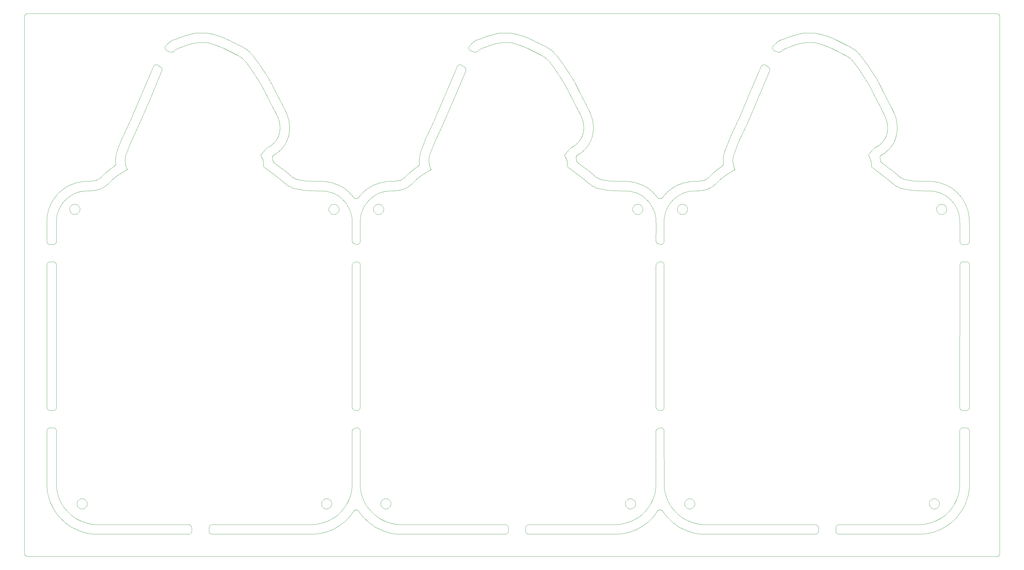
<source format=gko>
%MOIN*%
%OFA0B0*%
%FSLAX36Y36*%
%IPPOS*%
%LPD*%
%ADD10C,0*%
D10*
X011968503Y000000000D02*
X011968503Y000000000D01*
X011969628Y000000016D01*
X011970750Y000000063D01*
X011971872Y000000144D01*
X011972992Y000000256D01*
X011974107Y000000400D01*
X011975217Y000000576D01*
X011976323Y000000784D01*
X011977421Y000001022D01*
X011978512Y000001293D01*
X011979594Y000001594D01*
X011980670Y000001926D01*
X011981733Y000002289D01*
X011982787Y000002682D01*
X011983830Y000003105D01*
X011984858Y000003557D01*
X011985874Y000004039D01*
X011986876Y000004550D01*
X011987863Y000005088D01*
X011988834Y000005655D01*
X011989789Y000006249D01*
X011990726Y000006870D01*
X011991645Y000007518D01*
X011992544Y000008192D01*
X011993425Y000008891D01*
X011994285Y000009615D01*
X011995123Y000010364D01*
X011995942Y000011136D01*
X011996737Y000011931D01*
X011997508Y000012749D01*
X011998258Y000013588D01*
X011998980Y000014448D01*
X011999681Y000015328D01*
X012000355Y000016228D01*
X012001002Y000017147D01*
X012001623Y000018085D01*
X012002218Y000019038D01*
X012002785Y000020010D01*
X012003324Y000020997D01*
X012003834Y000021999D01*
X012004316Y000023014D01*
X012004768Y000024044D01*
X012005191Y000025085D01*
X012005583Y000026139D01*
X012005946Y000027203D01*
X012006278Y000028278D01*
X012006581Y000029361D01*
X012006850Y000030452D01*
X012007089Y000031551D01*
X012007297Y000032656D01*
X012007472Y000033766D01*
X012007616Y000034881D01*
X012007728Y000036000D01*
X012007809Y000037122D01*
X012007858Y000038245D01*
X012007874Y000039370D01*
X012007874Y006653543D01*
X012007858Y006654667D01*
X012007809Y006655790D01*
X012007728Y006656912D01*
X012007616Y006658031D01*
X012007472Y006659146D01*
X012007297Y006660256D01*
X012007089Y006661361D01*
X012006850Y006662460D01*
X012006581Y006663552D01*
X012006278Y006664634D01*
X012005946Y006665709D01*
X012005583Y006666773D01*
X012005191Y006667826D01*
X012004768Y006668869D01*
X012004316Y006669898D01*
X012003834Y006670914D01*
X012003324Y006671916D01*
X012002785Y006672902D01*
X012002218Y006673874D01*
X012001623Y006674828D01*
X012001002Y006675765D01*
X012000355Y006676685D01*
X011999681Y006677584D01*
X011998980Y006678464D01*
X011998258Y006679325D01*
X011997508Y006680163D01*
X011996737Y006680982D01*
X011995942Y006681776D01*
X011995123Y006682548D01*
X011994285Y006683297D01*
X011993425Y006684020D01*
X011992544Y006684720D01*
X011991645Y006685394D01*
X011990726Y006686042D01*
X011989789Y006686663D01*
X011988834Y006687258D01*
X011987863Y006687825D01*
X011986876Y006688363D01*
X011985874Y006688874D01*
X011984858Y006689355D01*
X011983830Y006689808D01*
X011982787Y006690229D01*
X011981733Y006690623D01*
X011980670Y006690986D01*
X011979594Y006691317D01*
X011978512Y006691620D01*
X011977421Y006691889D01*
X011976323Y006692129D01*
X011975217Y006692337D01*
X011974107Y006692512D01*
X011972992Y006692656D01*
X011971872Y006692768D01*
X011970750Y006692849D01*
X011969628Y006692897D01*
X011968503Y006692913D01*
X000039370Y006692913D01*
X000038245Y006692897D01*
X000037122Y006692849D01*
X000036000Y006692768D01*
X000034881Y006692656D01*
X000033766Y006692512D01*
X000032656Y006692337D01*
X000031551Y006692129D01*
X000030452Y006691889D01*
X000029361Y006691620D01*
X000028278Y006691317D01*
X000027203Y006690986D01*
X000026139Y006690623D01*
X000025085Y006690229D01*
X000024044Y006689808D01*
X000023014Y006689355D01*
X000021999Y006688874D01*
X000020997Y006688363D01*
X000020010Y006687825D01*
X000019038Y006687258D01*
X000018085Y006686663D01*
X000017147Y006686042D01*
X000016228Y006685394D01*
X000015328Y006684720D01*
X000014448Y006684020D01*
X000013588Y006683297D01*
X000012749Y006682548D01*
X000011931Y006681776D01*
X000011136Y006680982D01*
X000010364Y006680163D01*
X000009615Y006679325D01*
X000008891Y006678464D01*
X000008192Y006677584D01*
X000007518Y006676685D01*
X000006870Y006675765D01*
X000006249Y006674828D01*
X000005655Y006673874D01*
X000005088Y006672902D01*
X000004550Y006671916D01*
X000004039Y006670914D01*
X000003557Y006669898D01*
X000003105Y006668869D01*
X000002682Y006667826D01*
X000002289Y006666773D01*
X000001926Y006665709D01*
X000001594Y006664634D01*
X000001293Y006663552D01*
X000001022Y006662460D01*
X000000784Y006661361D01*
X000000576Y006660256D01*
X000000400Y006659146D01*
X000000256Y006658031D01*
X000000144Y006656912D01*
X000000063Y006655790D01*
X000000016Y006654667D01*
X000000000Y006653543D01*
X000000000Y000039370D01*
X000000016Y000038245D01*
X000000063Y000037122D01*
X000000144Y000036000D01*
X000000256Y000034881D01*
X000000400Y000033766D01*
X000000576Y000032656D01*
X000000784Y000031551D01*
X000001022Y000030452D01*
X000001293Y000029361D01*
X000001594Y000028278D01*
X000001926Y000027203D01*
X000002289Y000026139D01*
X000002682Y000025085D01*
X000003105Y000024044D01*
X000003557Y000023014D01*
X000004039Y000021999D01*
X000004550Y000020997D01*
X000005088Y000020010D01*
X000005655Y000019038D01*
X000006249Y000018085D01*
X000006870Y000017147D01*
X000007518Y000016228D01*
X000008192Y000015328D01*
X000008891Y000014448D01*
X000009615Y000013588D01*
X000010364Y000012749D01*
X000011136Y000011931D01*
X000011931Y000011136D01*
X000012749Y000010364D01*
X000013588Y000009615D01*
X000014448Y000008891D01*
X000015328Y000008192D01*
X000016228Y000007518D01*
X000017147Y000006870D01*
X000018085Y000006249D01*
X000019038Y000005655D01*
X000020010Y000005088D01*
X000020997Y000004550D01*
X000021999Y000004039D01*
X000023014Y000003557D01*
X000024044Y000003105D01*
X000025085Y000002682D01*
X000026139Y000002289D01*
X000027203Y000001926D01*
X000028278Y000001594D01*
X000029361Y000001293D01*
X000030452Y000001022D01*
X000031551Y000000784D01*
X000032656Y000000576D01*
X000033766Y000000400D01*
X000034881Y000000256D01*
X000036000Y000000144D01*
X000037122Y000000063D01*
X000038245Y000000016D01*
X000039370Y000000000D01*
X011968503Y000000000D01*
X008189763Y000586614D02*
X008189763Y000586614D01*
X008179909Y000587389D01*
X008170298Y000589696D01*
X008161165Y000593479D01*
X008152737Y000598644D01*
X008145221Y000605063D01*
X008138801Y000612580D01*
X008133637Y000621008D01*
X008129854Y000630140D01*
X008127546Y000639751D01*
X008126771Y000649606D01*
X008127546Y000659460D01*
X008129854Y000669071D01*
X008133637Y000678203D01*
X008138801Y000686631D01*
X008145221Y000694148D01*
X008152737Y000700567D01*
X008161165Y000705732D01*
X008170298Y000709515D01*
X008179909Y000711822D01*
X008189763Y000712598D01*
X008199617Y000711822D01*
X008209229Y000709515D01*
X008218361Y000705732D01*
X008226789Y000700567D01*
X008234305Y000694148D01*
X008240725Y000686631D01*
X008245890Y000678203D01*
X008249672Y000669071D01*
X008251980Y000659460D01*
X008252755Y000649606D01*
X008251980Y000639751D01*
X008249672Y000630140D01*
X008245890Y000621008D01*
X008240725Y000612580D01*
X008234305Y000605063D01*
X008226789Y000598644D01*
X008218361Y000593479D01*
X008209229Y000589696D01*
X008199617Y000587389D01*
X008189763Y000586614D01*
X011201574Y000586614D02*
X011201574Y000586614D01*
X011191720Y000587389D01*
X011182109Y000589696D01*
X011172976Y000593479D01*
X011164548Y000598644D01*
X011157032Y000605063D01*
X011150612Y000612580D01*
X011145447Y000621008D01*
X011141665Y000630140D01*
X011139357Y000639751D01*
X011138582Y000649606D01*
X011139357Y000659460D01*
X011141665Y000669071D01*
X011145447Y000678203D01*
X011150612Y000686631D01*
X011157032Y000694148D01*
X011164548Y000700567D01*
X011172976Y000705732D01*
X011182109Y000709515D01*
X011191720Y000711822D01*
X011201574Y000712598D01*
X011211428Y000711822D01*
X011221040Y000709515D01*
X011230172Y000705732D01*
X011238600Y000700567D01*
X011246116Y000694148D01*
X011252536Y000686631D01*
X011257701Y000678203D01*
X011261483Y000669071D01*
X011263791Y000659460D01*
X011264566Y000649606D01*
X011263791Y000639751D01*
X011261483Y000630140D01*
X011257701Y000621008D01*
X011252536Y000612580D01*
X011246116Y000605063D01*
X011238600Y000598644D01*
X011230172Y000593479D01*
X011221040Y000589696D01*
X011211428Y000587389D01*
X011201574Y000586614D01*
X011290944Y004217322D02*
X011290944Y004217322D01*
X011281090Y004218097D01*
X011271479Y004220405D01*
X011262346Y004224188D01*
X011253918Y004229353D01*
X011246402Y004235772D01*
X011239983Y004243289D01*
X011234818Y004251716D01*
X011231035Y004260849D01*
X011228727Y004270460D01*
X011227952Y004280315D01*
X011228727Y004290168D01*
X011231035Y004299780D01*
X011234818Y004308912D01*
X011239983Y004317340D01*
X011246402Y004324857D01*
X011253918Y004331276D01*
X011262346Y004336441D01*
X011271479Y004340224D01*
X011281090Y004342531D01*
X011290944Y004343307D01*
X011300798Y004342531D01*
X011310410Y004340224D01*
X011319542Y004336441D01*
X011327970Y004331276D01*
X011335486Y004324857D01*
X011341906Y004317340D01*
X011347071Y004308912D01*
X011350853Y004299780D01*
X011353161Y004290168D01*
X011353937Y004280315D01*
X011353161Y004270460D01*
X011350853Y004260849D01*
X011347071Y004251716D01*
X011341906Y004243289D01*
X011335486Y004235772D01*
X011327970Y004229353D01*
X011319542Y004224188D01*
X011310410Y004220405D01*
X011300798Y004218097D01*
X011290944Y004217322D01*
X008100393Y004217322D02*
X008100393Y004217322D01*
X008090539Y004218097D01*
X008080927Y004220405D01*
X008071795Y004224188D01*
X008063367Y004229353D01*
X008055851Y004235772D01*
X008049431Y004243289D01*
X008044266Y004251716D01*
X008040484Y004260849D01*
X008038176Y004270460D01*
X008037401Y004280315D01*
X008038176Y004290168D01*
X008040484Y004299780D01*
X008044266Y004308912D01*
X008049431Y004317340D01*
X008055851Y004324857D01*
X008063367Y004331276D01*
X008071795Y004336441D01*
X008080927Y004340224D01*
X008090539Y004342531D01*
X008100393Y004343307D01*
X008110247Y004342531D01*
X008119859Y004340224D01*
X008128991Y004336441D01*
X008137419Y004331276D01*
X008144935Y004324857D01*
X008151355Y004317340D01*
X008156520Y004308912D01*
X008160302Y004299780D01*
X008162610Y004290168D01*
X008163385Y004280315D01*
X008162610Y004270460D01*
X008160302Y004260849D01*
X008156520Y004251716D01*
X008151355Y004243289D01*
X008144935Y004235772D01*
X008137419Y004229353D01*
X008128991Y004224188D01*
X008119859Y004220405D01*
X008110247Y004218097D01*
X008100393Y004217322D01*
X004448818Y000586614D02*
X004448818Y000586614D01*
X004438964Y000587389D01*
X004429353Y000589696D01*
X004420220Y000593479D01*
X004411792Y000598644D01*
X004404276Y000605063D01*
X004397857Y000612580D01*
X004392692Y000621008D01*
X004388909Y000630140D01*
X004386601Y000639751D01*
X004385826Y000649606D01*
X004386601Y000659460D01*
X004388909Y000669071D01*
X004392692Y000678203D01*
X004397857Y000686631D01*
X004404276Y000694148D01*
X004411792Y000700567D01*
X004420220Y000705732D01*
X004429353Y000709515D01*
X004438964Y000711822D01*
X004448818Y000712598D01*
X004458672Y000711822D01*
X004468284Y000709515D01*
X004477416Y000705732D01*
X004485844Y000700567D01*
X004493361Y000694148D01*
X004499780Y000686631D01*
X004504945Y000678203D01*
X004508727Y000669071D01*
X004511035Y000659460D01*
X004511811Y000649606D01*
X004511035Y000639751D01*
X004508727Y000630140D01*
X004504945Y000621008D01*
X004499780Y000612580D01*
X004493361Y000605063D01*
X004485844Y000598644D01*
X004477416Y000593479D01*
X004468284Y000589696D01*
X004458672Y000587389D01*
X004448818Y000586614D01*
X007460629Y000586614D02*
X007460629Y000586614D01*
X007450775Y000587389D01*
X007441164Y000589696D01*
X007432032Y000593479D01*
X007423603Y000598644D01*
X007416087Y000605063D01*
X007409667Y000612580D01*
X007404503Y000621008D01*
X007400720Y000630140D01*
X007398413Y000639751D01*
X007397637Y000649606D01*
X007398413Y000659460D01*
X007400720Y000669071D01*
X007404503Y000678203D01*
X007409667Y000686631D01*
X007416087Y000694148D01*
X007423603Y000700567D01*
X007432032Y000705732D01*
X007441164Y000709515D01*
X007450775Y000711822D01*
X007460629Y000712598D01*
X007470483Y000711822D01*
X007480095Y000709515D01*
X007489227Y000705732D01*
X007497655Y000700567D01*
X007505172Y000694148D01*
X007511591Y000686631D01*
X007516756Y000678203D01*
X007520538Y000669071D01*
X007522846Y000659460D01*
X007523621Y000649606D01*
X007522846Y000639751D01*
X007520538Y000630140D01*
X007516756Y000621008D01*
X007511591Y000612580D01*
X007505172Y000605063D01*
X007497655Y000598644D01*
X007489227Y000593479D01*
X007480095Y000589696D01*
X007470483Y000587389D01*
X007460629Y000586614D01*
X007549999Y004217322D02*
X007549999Y004217322D01*
X007540145Y004218097D01*
X007530534Y004220405D01*
X007521401Y004224188D01*
X007512973Y004229353D01*
X007505457Y004235772D01*
X007499038Y004243289D01*
X007493873Y004251716D01*
X007490090Y004260849D01*
X007487783Y004270460D01*
X007487007Y004280315D01*
X007487783Y004290168D01*
X007490090Y004299780D01*
X007493873Y004308912D01*
X007499038Y004317340D01*
X007505457Y004324857D01*
X007512973Y004331276D01*
X007521401Y004336441D01*
X007530534Y004340224D01*
X007540145Y004342531D01*
X007549999Y004343307D01*
X007559853Y004342531D01*
X007569465Y004340224D01*
X007578597Y004336441D01*
X007587025Y004331276D01*
X007594542Y004324857D01*
X007600961Y004317340D01*
X007606126Y004308912D01*
X007609908Y004299780D01*
X007612216Y004290168D01*
X007612992Y004280315D01*
X007612216Y004270460D01*
X007609908Y004260849D01*
X007606126Y004251716D01*
X007600961Y004243289D01*
X007594542Y004235772D01*
X007587025Y004229353D01*
X007578597Y004224188D01*
X007569465Y004220405D01*
X007559853Y004218097D01*
X007549999Y004217322D01*
X004359448Y004217322D02*
X004359448Y004217322D01*
X004349594Y004218097D01*
X004339983Y004220405D01*
X004330850Y004224188D01*
X004322422Y004229353D01*
X004314906Y004235772D01*
X004308486Y004243289D01*
X004303322Y004251716D01*
X004299539Y004260849D01*
X004297231Y004270460D01*
X004296456Y004280315D01*
X004297231Y004290168D01*
X004299539Y004299780D01*
X004303322Y004308912D01*
X004308486Y004317340D01*
X004314906Y004324857D01*
X004322422Y004331276D01*
X004330850Y004336441D01*
X004339983Y004340224D01*
X004349594Y004342531D01*
X004359448Y004343307D01*
X004369302Y004342531D01*
X004378914Y004340224D01*
X004388046Y004336441D01*
X004396474Y004331276D01*
X004403990Y004324857D01*
X004410410Y004317340D01*
X004415575Y004308912D01*
X004419357Y004299780D01*
X004421665Y004290168D01*
X004422440Y004280315D01*
X004421665Y004270460D01*
X004419357Y004260849D01*
X004415575Y004251716D01*
X004410410Y004243289D01*
X004403990Y004235772D01*
X004396474Y004229353D01*
X004388046Y004224188D01*
X004378914Y004220405D01*
X004369302Y004218097D01*
X004359448Y004217322D01*
X000708661Y000586614D02*
X000708661Y000586614D01*
X000698807Y000587389D01*
X000689195Y000589696D01*
X000680063Y000593479D01*
X000671635Y000598644D01*
X000664118Y000605063D01*
X000657699Y000612580D01*
X000652534Y000621008D01*
X000648751Y000630140D01*
X000646444Y000639751D01*
X000645669Y000649606D01*
X000646444Y000659460D01*
X000648751Y000669071D01*
X000652534Y000678203D01*
X000657699Y000686631D01*
X000664118Y000694148D01*
X000671635Y000700567D01*
X000680063Y000705732D01*
X000689195Y000709515D01*
X000698807Y000711822D01*
X000708661Y000712598D01*
X000718515Y000711822D01*
X000728126Y000709515D01*
X000737259Y000705732D01*
X000745686Y000700567D01*
X000753203Y000694148D01*
X000759622Y000686631D01*
X000764787Y000678203D01*
X000768570Y000669071D01*
X000770877Y000659460D01*
X000771653Y000649606D01*
X000770877Y000639751D01*
X000768570Y000630140D01*
X000764787Y000621008D01*
X000759622Y000612580D01*
X000753203Y000605063D01*
X000745686Y000598644D01*
X000737259Y000593479D01*
X000728126Y000589696D01*
X000718515Y000587389D01*
X000708661Y000586614D01*
X003720472Y000586614D02*
X003720472Y000586614D01*
X003710618Y000587389D01*
X003701006Y000589696D01*
X003691874Y000593479D01*
X003683446Y000598644D01*
X003675929Y000605063D01*
X003669510Y000612580D01*
X003664345Y000621008D01*
X003660563Y000630140D01*
X003658255Y000639751D01*
X003657480Y000649606D01*
X003658255Y000659460D01*
X003660563Y000669071D01*
X003664345Y000678203D01*
X003669510Y000686631D01*
X003675929Y000694148D01*
X003683446Y000700567D01*
X003691874Y000705732D01*
X003701006Y000709515D01*
X003710618Y000711822D01*
X003720472Y000712598D01*
X003730326Y000711822D01*
X003739937Y000709515D01*
X003749070Y000705732D01*
X003757498Y000700567D01*
X003765014Y000694148D01*
X003771433Y000686631D01*
X003776598Y000678203D01*
X003780381Y000669071D01*
X003782688Y000659460D01*
X003783464Y000649606D01*
X003782688Y000639751D01*
X003780381Y000630140D01*
X003776598Y000621008D01*
X003771433Y000612580D01*
X003765014Y000605063D01*
X003757498Y000598644D01*
X003749070Y000593479D01*
X003739937Y000589696D01*
X003730326Y000587389D01*
X003720472Y000586614D01*
X003809842Y004217322D02*
X003809842Y004217322D01*
X003799988Y004218097D01*
X003790376Y004220405D01*
X003781244Y004224188D01*
X003772816Y004229353D01*
X003765299Y004235772D01*
X003758880Y004243289D01*
X003753715Y004251716D01*
X003749933Y004260849D01*
X003747625Y004270460D01*
X003746850Y004280315D01*
X003747625Y004290168D01*
X003749933Y004299780D01*
X003753715Y004308912D01*
X003758880Y004317340D01*
X003765299Y004324857D01*
X003772816Y004331276D01*
X003781244Y004336441D01*
X003790376Y004340224D01*
X003799988Y004342531D01*
X003809842Y004343307D01*
X003819696Y004342531D01*
X003829307Y004340224D01*
X003838440Y004336441D01*
X003846868Y004331276D01*
X003854384Y004324857D01*
X003860804Y004317340D01*
X003865968Y004308912D01*
X003869751Y004299780D01*
X003872059Y004290168D01*
X003872834Y004280315D01*
X003872059Y004270460D01*
X003869751Y004260849D01*
X003865968Y004251716D01*
X003860804Y004243289D01*
X003854384Y004235772D01*
X003846868Y004229353D01*
X003838440Y004224188D01*
X003829307Y004220405D01*
X003819696Y004218097D01*
X003809842Y004217322D01*
X000619291Y004217322D02*
X000619291Y004217322D01*
X000609437Y004218097D01*
X000599825Y004220405D01*
X000590693Y004224188D01*
X000582265Y004229353D01*
X000574748Y004235772D01*
X000568329Y004243289D01*
X000563164Y004251716D01*
X000559381Y004260849D01*
X000557074Y004270460D01*
X000556299Y004280315D01*
X000557074Y004290168D01*
X000559381Y004299780D01*
X000563164Y004308912D01*
X000568329Y004317340D01*
X000574748Y004324857D01*
X000582265Y004331276D01*
X000590693Y004336441D01*
X000599825Y004340224D01*
X000609437Y004342531D01*
X000619291Y004343307D01*
X000629145Y004342531D01*
X000638756Y004340224D01*
X000647888Y004336441D01*
X000656316Y004331276D01*
X000663833Y004324857D01*
X000670252Y004317340D01*
X000675417Y004308912D01*
X000679200Y004299780D01*
X000681507Y004290168D01*
X000682283Y004280315D01*
X000681507Y004270460D01*
X000679200Y004260849D01*
X000675417Y004251716D01*
X000670252Y004243289D01*
X000663833Y004235772D01*
X000656316Y004229353D01*
X000647888Y004224188D01*
X000638756Y004220405D01*
X000629145Y004218097D01*
X000619291Y004217322D01*
X007874149Y003594223D02*
X007874149Y003594223D01*
X007874570Y001838675D01*
X007874405Y001835062D01*
X007873908Y001831479D01*
X007873085Y001827957D01*
X007871943Y001824525D01*
X007870490Y001821213D01*
X007868739Y001818048D01*
X007866705Y001815057D01*
X007864406Y001812265D01*
X007861859Y001809696D01*
X007859088Y001807371D01*
X007856115Y001805311D01*
X007852966Y001803532D01*
X007849666Y001802050D01*
X007846245Y001800877D01*
X007842730Y001800023D01*
X007839151Y001799495D01*
X007835540Y001799297D01*
X007831925Y001799432D01*
X007828338Y001799898D01*
X007824809Y001800692D01*
X007802411Y001806820D01*
X007799958Y001807578D01*
X007797560Y001808494D01*
X007795227Y001809565D01*
X007792968Y001810785D01*
X007790794Y001812150D01*
X007788714Y001813654D01*
X007786735Y001815290D01*
X007784868Y001817051D01*
X007783119Y001818930D01*
X007781497Y001820920D01*
X007780007Y001823011D01*
X007778657Y001825194D01*
X007777453Y001827461D01*
X007776398Y001829802D01*
X007775498Y001832206D01*
X007774757Y001834664D01*
X007774178Y001837165D01*
X007773763Y001839698D01*
X007773514Y001842253D01*
X007773432Y001844819D01*
X007774506Y003587961D01*
X007774587Y003590476D01*
X007774830Y003592981D01*
X007775232Y003595465D01*
X007775792Y003597918D01*
X007776507Y003600331D01*
X007777375Y003602692D01*
X007778392Y003604994D01*
X007779554Y003607226D01*
X007780857Y003609379D01*
X007782294Y003611444D01*
X007783860Y003613414D01*
X007785549Y003615279D01*
X007787353Y003617033D01*
X007789266Y003618668D01*
X007791279Y003620177D01*
X007793385Y003621555D01*
X007795574Y003622795D01*
X007797839Y003623893D01*
X007800168Y003624844D01*
X007802554Y003625644D01*
X007823457Y003631920D01*
X007827012Y003632810D01*
X007830634Y003633365D01*
X007834292Y003633580D01*
X007837955Y003633455D01*
X007841589Y003632990D01*
X007845165Y003632189D01*
X007848651Y003631058D01*
X007852017Y003629609D01*
X007855233Y003627853D01*
X007858272Y003625805D01*
X007861108Y003623484D01*
X007863715Y003620909D01*
X007866072Y003618103D01*
X007868158Y003615090D01*
X007869954Y003611896D01*
X007871446Y003608549D01*
X007872620Y003605078D01*
X007873466Y003601512D01*
X007873977Y003597883D01*
X007874149Y003594223D01*
X011019291Y000393307D02*
X011019291Y000393307D01*
X011074409Y000396456D01*
X011144881Y000411023D01*
X011220472Y000438188D01*
X011285432Y000473621D01*
X011340157Y000513385D01*
X011379921Y000551968D01*
X011418897Y000600393D01*
X011451180Y000648425D01*
X011476771Y000702755D01*
X011500393Y000770472D01*
X011510629Y000825196D01*
X011513779Y000875196D01*
X011514193Y001547563D01*
X011514321Y001550711D01*
X011514701Y001553839D01*
X011515329Y001556926D01*
X011516202Y001559953D01*
X011517314Y001562901D01*
X011518658Y001565750D01*
X011520226Y001568483D01*
X011522008Y001571081D01*
X011523991Y001573529D01*
X011526164Y001575810D01*
X011528512Y001577911D01*
X011531021Y001579816D01*
X011533674Y001581516D01*
X011536454Y001582997D01*
X011539344Y001584252D01*
X011542325Y001585271D01*
X011545378Y001586049D01*
X011548484Y001586580D01*
X011551622Y001586861D01*
X011554772Y001586890D01*
X011594141Y001585681D01*
X011597166Y001585471D01*
X011600166Y001585029D01*
X011603123Y001584358D01*
X011606019Y001583461D01*
X011608838Y001582344D01*
X011611563Y001581013D01*
X011614177Y001579476D01*
X011616664Y001577743D01*
X011619012Y001575823D01*
X011621204Y001573729D01*
X011623229Y001571472D01*
X011625074Y001569066D01*
X011626728Y001566525D01*
X011628182Y001563864D01*
X011629427Y001561099D01*
X011630456Y001558247D01*
X011631262Y001555324D01*
X011631840Y001552347D01*
X011632188Y001549335D01*
X011632303Y001546305D01*
X011631887Y000872050D01*
X011631849Y000870835D01*
X011628127Y000811770D01*
X011627831Y000809389D01*
X011615122Y000741449D01*
X011614361Y000738588D01*
X011586595Y000658990D01*
X011585817Y000657085D01*
X011554847Y000591335D01*
X011553374Y000588741D01*
X011514558Y000530991D01*
X011513562Y000529637D01*
X011468137Y000473199D01*
X011466510Y000471413D01*
X011417382Y000423746D01*
X011415246Y000421949D01*
X011349719Y000374335D01*
X011347568Y000372975D01*
X011270348Y000330854D01*
X011267581Y000329612D01*
X011178275Y000297518D01*
X011175605Y000296766D01*
X011091231Y000279327D01*
X011088369Y000278951D01*
X011023243Y000275229D01*
X011022117Y000275197D01*
X010027597Y000274903D01*
X010027597Y000274903D01*
X010024479Y000275025D01*
X010021380Y000275395D01*
X010018320Y000276009D01*
X010015319Y000276863D01*
X010012394Y000277952D01*
X010009565Y000279269D01*
X010006849Y000280807D01*
X010004263Y000282554D01*
X010001824Y000284501D01*
X009999547Y000286635D01*
X009997446Y000288943D01*
X009995534Y000291410D01*
X009993824Y000294020D01*
X009992326Y000296758D01*
X009991050Y000299606D01*
X009990003Y000302546D01*
X009989192Y000305560D01*
X009988622Y000308628D01*
X009988298Y000311732D01*
X009988220Y000314852D01*
X009988799Y000354222D01*
X009988963Y000357280D01*
X009989365Y000360315D01*
X009990000Y000363310D01*
X009990867Y000366247D01*
X009991959Y000369107D01*
X009993271Y000371874D01*
X009994793Y000374530D01*
X009996517Y000377061D01*
X009998432Y000379449D01*
X010000528Y000381682D01*
X010002790Y000383745D01*
X010005206Y000385626D01*
X010007761Y000387313D01*
X010010439Y000388797D01*
X010013225Y000390068D01*
X010016101Y000391119D01*
X010019049Y000391943D01*
X010022053Y000392536D01*
X010025094Y000392893D01*
X010028154Y000393013D01*
X011019291Y000393307D01*
X004133204Y003593906D02*
X004133204Y003593906D01*
X004133625Y001838995D01*
X004133460Y001835391D01*
X004132967Y001831816D01*
X004132148Y001828302D01*
X004131010Y001824878D01*
X004129564Y001821572D01*
X004127822Y001818412D01*
X004125797Y001815426D01*
X004123508Y001812637D01*
X004120973Y001810069D01*
X004118213Y001807744D01*
X004115252Y001805682D01*
X004112115Y001803900D01*
X004108828Y001802412D01*
X004105418Y001801231D01*
X004101915Y001800368D01*
X004098347Y001799829D01*
X004094745Y001799619D01*
X004091139Y001799739D01*
X004087559Y001800189D01*
X004084035Y001800965D01*
X004062424Y001806774D01*
X004059960Y001807524D01*
X004057550Y001808433D01*
X004055204Y001809498D01*
X004052933Y001810714D01*
X004050747Y001812076D01*
X004048654Y001813578D01*
X004046664Y001815214D01*
X004044785Y001816976D01*
X004043026Y001818857D01*
X004041393Y001820850D01*
X004039894Y001822945D01*
X004038535Y001825133D01*
X004037322Y001827406D01*
X004036261Y001829753D01*
X004035355Y001832164D01*
X004034609Y001834630D01*
X004034026Y001837139D01*
X004033608Y001839681D01*
X004033357Y001842244D01*
X004033274Y001844819D01*
X004034348Y003587961D01*
X004034430Y003590484D01*
X004034674Y003592995D01*
X004035079Y003595486D01*
X004035642Y003597946D01*
X004036361Y003600365D01*
X004037234Y003602733D01*
X004038257Y003605040D01*
X004039425Y003607276D01*
X004040735Y003609434D01*
X004042179Y003611502D01*
X004043754Y003613475D01*
X004045452Y003615342D01*
X004047265Y003617096D01*
X004049188Y003618731D01*
X004051211Y003620239D01*
X004053326Y003621615D01*
X004055526Y003622852D01*
X004057800Y003623946D01*
X004060140Y003624892D01*
X004062535Y003625686D01*
X004082651Y003631645D01*
X004086202Y003632520D01*
X004089819Y003633061D01*
X004093470Y003633265D01*
X004097125Y003633129D01*
X004100751Y003632654D01*
X004104318Y003631845D01*
X004107794Y003630708D01*
X004111150Y003629254D01*
X004114356Y003627495D01*
X004117385Y003625445D01*
X004120211Y003623124D01*
X004122810Y003620550D01*
X004125158Y003617746D01*
X004127236Y003614736D01*
X004129026Y003611547D01*
X004130512Y003608205D01*
X004131681Y003604740D01*
X004132524Y003601181D01*
X004133033Y003597559D01*
X004133204Y003593906D01*
X007278346Y000393307D02*
X007278346Y000393307D01*
X007333464Y000396456D01*
X007403936Y000411023D01*
X007479527Y000438188D01*
X007544488Y000473621D01*
X007599212Y000513385D01*
X007638976Y000551968D01*
X007677952Y000600393D01*
X007710236Y000648425D01*
X007735826Y000702755D01*
X007759448Y000770472D01*
X007769684Y000825196D01*
X007772834Y000875196D01*
X007773244Y001541058D01*
X007773330Y001543627D01*
X007773583Y001546184D01*
X007774002Y001548719D01*
X007774585Y001551222D01*
X007775331Y001553681D01*
X007776236Y001556087D01*
X007777295Y001558428D01*
X007778505Y001560695D01*
X007779861Y001562878D01*
X007781355Y001564969D01*
X007782983Y001566957D01*
X007784738Y001568835D01*
X007786611Y001570594D01*
X007788595Y001572228D01*
X007790681Y001573728D01*
X007792861Y001575090D01*
X007795124Y001576306D01*
X007797463Y001577372D01*
X007799866Y001578283D01*
X007802323Y001579035D01*
X007824978Y001585171D01*
X007828503Y001585954D01*
X007832085Y001586411D01*
X007835694Y001586537D01*
X007839299Y001586333D01*
X007842871Y001585799D01*
X007846378Y001584940D01*
X007849792Y001583763D01*
X007853084Y001582279D01*
X007856226Y001580499D01*
X007859191Y001578439D01*
X007861956Y001576116D01*
X007864495Y001573549D01*
X007866789Y001570760D01*
X007868818Y001567773D01*
X007870565Y001564612D01*
X007872015Y001561305D01*
X007873155Y001557879D01*
X007873977Y001554363D01*
X007874473Y001550786D01*
X007874640Y001547179D01*
X007874803Y000868897D01*
X007877952Y000831496D01*
X007888976Y000774409D01*
X007908267Y000714173D01*
X007931496Y000662992D01*
X007961811Y000614173D01*
X008002755Y000561023D01*
X008053937Y000511417D01*
X008117322Y000465748D01*
X008178346Y000435826D01*
X008243700Y000411023D01*
X008309448Y000397637D01*
X008360629Y000392519D01*
X009735590Y000392926D01*
X009738650Y000392808D01*
X009741691Y000392453D01*
X009744695Y000391862D01*
X009747645Y000391039D01*
X009750521Y000389990D01*
X009753307Y000388721D01*
X009755986Y000387238D01*
X009758542Y000385553D01*
X009760959Y000383673D01*
X009763223Y000381612D01*
X009765320Y000379380D01*
X009767237Y000376993D01*
X009768962Y000374464D01*
X009770486Y000371808D01*
X009771799Y000369042D01*
X009772893Y000366182D01*
X009773761Y000363246D01*
X009774399Y000360251D01*
X009774802Y000357216D01*
X009774968Y000354159D01*
X009775570Y000314789D01*
X009775494Y000311669D01*
X009775171Y000308565D01*
X009774604Y000305496D01*
X009773795Y000302482D01*
X009772750Y000299542D01*
X009771475Y000296693D01*
X009769978Y000293954D01*
X009768270Y000291343D01*
X009766360Y000288875D01*
X009764260Y000286566D01*
X009761984Y000284430D01*
X009759546Y000282482D01*
X009756962Y000280733D01*
X009754247Y000279194D01*
X009751418Y000277875D01*
X009748494Y000276784D01*
X009745493Y000275928D01*
X009742433Y000275312D01*
X009739335Y000274941D01*
X009736216Y000274816D01*
X008355741Y000274408D01*
X008353776Y000274505D01*
X008292735Y000280609D01*
X008290769Y000280906D01*
X008212312Y000296880D01*
X008209256Y000297764D01*
X008132148Y000327029D01*
X008130470Y000327757D01*
X008057860Y000363359D01*
X008055022Y000365060D01*
X007979075Y000419780D01*
X007976883Y000421616D01*
X007915433Y000481176D01*
X007913543Y000483291D01*
X007865217Y000546024D01*
X007864087Y000547651D01*
X007858156Y000557204D01*
X007857551Y000558148D01*
X007856919Y000559075D01*
X007856261Y000559983D01*
X007855577Y000560872D01*
X007854869Y000561742D01*
X007854137Y000562590D01*
X007853379Y000563418D01*
X007852599Y000564224D01*
X007851796Y000565007D01*
X007850971Y000565767D01*
X007850126Y000566503D01*
X007849259Y000567214D01*
X007848371Y000567901D01*
X007847466Y000568562D01*
X007846541Y000569198D01*
X007845600Y000569806D01*
X007844640Y000570387D01*
X007843666Y000570942D01*
X007842675Y000571468D01*
X007841670Y000571964D01*
X007840651Y000572434D01*
X007839619Y000572873D01*
X007838575Y000573283D01*
X007837519Y000573662D01*
X007836455Y000574013D01*
X007835379Y000574332D01*
X007834296Y000574620D01*
X007833204Y000574877D01*
X007832105Y000575104D01*
X007831001Y000575299D01*
X007829891Y000575463D01*
X007828778Y000575594D01*
X007827661Y000575694D01*
X007826541Y000575762D01*
X007825420Y000575799D01*
X007824299Y000575803D01*
X007823178Y000575775D01*
X007822058Y000575715D01*
X007820940Y000575624D01*
X007819825Y000575501D01*
X007818715Y000575346D01*
X007817609Y000575159D01*
X007816508Y000574941D01*
X007815415Y000574692D01*
X007814329Y000574411D01*
X007813252Y000574100D01*
X007812184Y000573759D01*
X007811126Y000573387D01*
X007810079Y000572985D01*
X007809043Y000572553D01*
X007808021Y000572092D01*
X007807012Y000571602D01*
X007806017Y000571084D01*
X007805037Y000570537D01*
X007804074Y000569963D01*
X007803128Y000569362D01*
X007802198Y000568734D01*
X007801288Y000568080D01*
X007800396Y000567400D01*
X007799524Y000566695D01*
X007798672Y000565965D01*
X007797842Y000565211D01*
X007797033Y000564434D01*
X007796246Y000563635D01*
X007795483Y000562813D01*
X007794745Y000561970D01*
X007794028Y000561105D01*
X007793338Y000560222D01*
X007792673Y000559318D01*
X007792034Y000558397D01*
X007773614Y000530991D01*
X007772617Y000529637D01*
X007727191Y000473199D01*
X007725565Y000471413D01*
X007676437Y000423746D01*
X007674301Y000421949D01*
X007608774Y000374335D01*
X007606623Y000372975D01*
X007529403Y000330854D01*
X007526636Y000329612D01*
X007437330Y000297518D01*
X007434659Y000296766D01*
X007350286Y000279327D01*
X007347423Y000278951D01*
X007282298Y000275229D01*
X007281173Y000275197D01*
X006208690Y000274880D01*
X006205571Y000275002D01*
X006202471Y000275372D01*
X006199410Y000275986D01*
X006196408Y000276841D01*
X006193483Y000277931D01*
X006190653Y000279249D01*
X006187936Y000280787D01*
X006185350Y000282536D01*
X006182911Y000284484D01*
X006180633Y000286619D01*
X006178532Y000288928D01*
X006176621Y000291396D01*
X006174911Y000294008D01*
X006173413Y000296747D01*
X006172137Y000299596D01*
X006171091Y000302537D01*
X006170281Y000305552D01*
X006169713Y000308622D01*
X006169390Y000311727D01*
X006169313Y000314848D01*
X006169911Y000354218D01*
X006170077Y000357274D01*
X006170479Y000360309D01*
X006171116Y000363302D01*
X006171983Y000366238D01*
X006173076Y000369097D01*
X006174388Y000371862D01*
X006175911Y000374518D01*
X006177635Y000377047D01*
X006179551Y000379434D01*
X006181646Y000381665D01*
X006183908Y000383727D01*
X006186324Y000385607D01*
X006188878Y000387293D01*
X006191556Y000388776D01*
X006194341Y000390047D01*
X006197216Y000391097D01*
X006200164Y000391921D01*
X006203167Y000392513D01*
X006206207Y000392870D01*
X006209265Y000392990D01*
X007278346Y000393307D01*
X000393538Y001546859D02*
X000393538Y001546859D01*
X000393700Y000868897D01*
X000396850Y000831496D01*
X000407874Y000774409D01*
X000427165Y000714173D01*
X000450393Y000662992D01*
X000480708Y000614173D01*
X000521653Y000561023D01*
X000572834Y000511417D01*
X000636220Y000465748D01*
X000697244Y000435826D01*
X000762598Y000411023D01*
X000828346Y000397637D01*
X000879527Y000392519D01*
X002019027Y000392857D01*
X002022084Y000392739D01*
X002025122Y000392384D01*
X002028124Y000391794D01*
X002031071Y000390973D01*
X002033945Y000389926D01*
X002036729Y000388659D01*
X002039406Y000387179D01*
X002041961Y000385496D01*
X002044377Y000383620D01*
X002046640Y000381562D01*
X002048736Y000379334D01*
X002050653Y000376950D01*
X002052379Y000374425D01*
X002053904Y000371773D01*
X002055219Y000369011D01*
X002056315Y000366155D01*
X002057186Y000363223D01*
X002057827Y000360232D01*
X002058233Y000357200D01*
X002058403Y000354146D01*
X002059063Y000314776D01*
X002058991Y000311653D01*
X002058672Y000308546D01*
X002058108Y000305473D01*
X002057301Y000302456D01*
X002056259Y000299511D01*
X002054986Y000296659D01*
X002053490Y000293916D01*
X002051783Y000291301D01*
X002049873Y000288829D01*
X002047773Y000286516D01*
X002045496Y000284377D01*
X002043058Y000282426D01*
X002040472Y000280673D01*
X002037755Y000279132D01*
X002034924Y000277810D01*
X002031998Y000276718D01*
X002028994Y000275860D01*
X002025932Y000275243D01*
X002022831Y000274872D01*
X002019710Y000274747D01*
X000874640Y000274408D01*
X000872674Y000274505D01*
X000811633Y000280609D01*
X000809667Y000280906D01*
X000731210Y000296880D01*
X000728155Y000297764D01*
X000651045Y000327029D01*
X000649367Y000327757D01*
X000576756Y000363359D01*
X000573920Y000365060D01*
X000497973Y000419780D01*
X000495781Y000421616D01*
X000434330Y000481176D01*
X000432441Y000483291D01*
X000384114Y000546024D01*
X000382987Y000547649D01*
X000346681Y000606118D01*
X000345485Y000608355D01*
X000317246Y000670576D01*
X000316428Y000672697D01*
X000293600Y000743976D01*
X000293019Y000746248D01*
X000279884Y000814266D01*
X000279597Y000816344D01*
X000275661Y000863096D01*
X000275591Y000864742D01*
X000275427Y001546991D01*
X000275548Y001550088D01*
X000275913Y001553166D01*
X000276518Y001556205D01*
X000277361Y001559188D01*
X000278436Y001562095D01*
X000279736Y001564908D01*
X000281253Y001567611D01*
X000282978Y001570185D01*
X000284901Y001572617D01*
X000287008Y001574889D01*
X000289288Y001576988D01*
X000291726Y001578902D01*
X000294307Y001580618D01*
X000297015Y001582126D01*
X000299833Y001583416D01*
X000302744Y001584480D01*
X000305730Y001585312D01*
X000308771Y001585906D01*
X000311850Y001586260D01*
X000314948Y001586370D01*
X000354318Y001586219D01*
X000357399Y001586087D01*
X000360459Y001585714D01*
X000363481Y001585102D01*
X000366446Y001584256D01*
X000369336Y001583180D01*
X000372133Y001581882D01*
X000374819Y001580369D01*
X000377379Y001578650D01*
X000379796Y001576736D01*
X000382056Y001574638D01*
X000384145Y001572371D01*
X000386051Y001569947D01*
X000387760Y001567381D01*
X000389264Y001564689D01*
X000390552Y001561888D01*
X000391618Y001558994D01*
X000392453Y001556026D01*
X000393054Y001553002D01*
X000393416Y001549940D01*
X000393538Y001546859D01*
X003538189Y000393307D02*
X003538189Y000393307D01*
X003593306Y000396456D01*
X003663779Y000411023D01*
X003739370Y000438188D01*
X003804330Y000473621D01*
X003859054Y000513385D01*
X003898818Y000551968D01*
X003937795Y000600393D01*
X003970078Y000648425D01*
X003995669Y000702755D01*
X004019291Y000770472D01*
X004029527Y000825196D01*
X004032677Y000875196D01*
X004033087Y001541058D01*
X004033173Y001543636D01*
X004033428Y001546202D01*
X004033850Y001548746D01*
X004034437Y001551257D01*
X004035188Y001553724D01*
X004036099Y001556136D01*
X004037165Y001558484D01*
X004038384Y001560757D01*
X004039748Y001562945D01*
X004041252Y001565040D01*
X004042891Y001567031D01*
X004044656Y001568911D01*
X004046541Y001570671D01*
X004048537Y001572304D01*
X004050635Y001573803D01*
X004052827Y001575161D01*
X004055104Y001576373D01*
X004057454Y001577433D01*
X004059869Y001578338D01*
X004062339Y001579082D01*
X004084207Y001584897D01*
X004087726Y001585663D01*
X004091301Y001586103D01*
X004094902Y001586215D01*
X004098497Y001585998D01*
X004102058Y001585453D01*
X004105553Y001584584D01*
X004108955Y001583400D01*
X004112235Y001581910D01*
X004115364Y001580127D01*
X004118317Y001578064D01*
X004121070Y001575741D01*
X004123599Y001573176D01*
X004125882Y001570390D01*
X004127902Y001567407D01*
X004129640Y001564252D01*
X004131083Y001560952D01*
X004132218Y001557533D01*
X004133036Y001554025D01*
X004133529Y001550457D01*
X004133695Y001546859D01*
X004133858Y000868897D01*
X004137007Y000831496D01*
X004148031Y000774409D01*
X004167322Y000714173D01*
X004190551Y000662992D01*
X004220866Y000614173D01*
X004261811Y000561023D01*
X004312992Y000511417D01*
X004376377Y000465748D01*
X004437401Y000435826D01*
X004502755Y000411023D01*
X004568503Y000397637D01*
X004619685Y000392519D01*
X005916684Y000392903D01*
X005919742Y000392785D01*
X005922782Y000392430D01*
X005925786Y000391839D01*
X005928734Y000391017D01*
X005931610Y000389969D01*
X005934395Y000388700D01*
X005937074Y000387219D01*
X005939629Y000385534D01*
X005942046Y000383655D01*
X005944309Y000381595D01*
X005946406Y000379365D01*
X005948323Y000376979D01*
X005950049Y000374451D01*
X005951573Y000371796D01*
X005952886Y000369032D01*
X005953981Y000366173D01*
X005954850Y000363238D01*
X005955489Y000360245D01*
X005955893Y000357211D01*
X005956060Y000354155D01*
X005956682Y000314785D01*
X005956607Y000311664D01*
X005956286Y000308559D01*
X005955719Y000305489D01*
X005954911Y000302473D01*
X005953867Y000299531D01*
X005952592Y000296682D01*
X005951096Y000293942D01*
X005949388Y000291329D01*
X005947478Y000288859D01*
X005945378Y000286549D01*
X005943102Y000284413D01*
X005940664Y000282463D01*
X005938079Y000280713D01*
X005935363Y000279173D01*
X005932534Y000277853D01*
X005929610Y000276762D01*
X005926608Y000275905D01*
X005923547Y000275290D01*
X005920448Y000274918D01*
X005917328Y000274793D01*
X005917328Y000274793D01*
X004614797Y000274408D01*
X004612831Y000274505D01*
X004551790Y000280609D01*
X004549824Y000280906D01*
X004471367Y000296880D01*
X004468312Y000297764D01*
X004391202Y000327029D01*
X004389525Y000327757D01*
X004316914Y000363359D01*
X004314078Y000365060D01*
X004238131Y000419780D01*
X004235938Y000421616D01*
X004174487Y000481176D01*
X004172598Y000483291D01*
X004124271Y000546024D01*
X004123142Y000547652D01*
X004117590Y000556594D01*
X004116984Y000557538D01*
X004116353Y000558466D01*
X004115695Y000559374D01*
X004115011Y000560263D01*
X004114303Y000561132D01*
X004113570Y000561981D01*
X004112813Y000562809D01*
X004112033Y000563614D01*
X004111230Y000564397D01*
X004110405Y000565157D01*
X004109559Y000565893D01*
X004108692Y000566605D01*
X004107805Y000567292D01*
X004106900Y000567953D01*
X004105976Y000568588D01*
X004105033Y000569197D01*
X004104074Y000569779D01*
X004103100Y000570332D01*
X004102109Y000570858D01*
X004101104Y000571356D01*
X004100085Y000571824D01*
X004099053Y000572264D01*
X004098009Y000572674D01*
X004096953Y000573054D01*
X004095889Y000573404D01*
X004094813Y000573723D01*
X004093730Y000574012D01*
X004092638Y000574269D01*
X004091539Y000574496D01*
X004090434Y000574690D01*
X004089326Y000574854D01*
X004088212Y000574985D01*
X004087094Y000575086D01*
X004085975Y000575154D01*
X004084854Y000575190D01*
X004083733Y000575194D01*
X004082611Y000575166D01*
X004081491Y000575107D01*
X004080374Y000575015D01*
X004079259Y000574892D01*
X004078148Y000574737D01*
X004077043Y000574551D01*
X004075943Y000574333D01*
X004074848Y000574083D01*
X004073762Y000573803D01*
X004072685Y000573492D01*
X004071617Y000573150D01*
X004070559Y000572778D01*
X004069512Y000572376D01*
X004068476Y000571944D01*
X004067454Y000571484D01*
X004066445Y000570994D01*
X004065451Y000570475D01*
X004064471Y000569929D01*
X004063508Y000569355D01*
X004062561Y000568753D01*
X004061633Y000568125D01*
X004060722Y000567471D01*
X004059830Y000566791D01*
X004058957Y000566086D01*
X004058105Y000565357D01*
X004057275Y000564603D01*
X004056467Y000563825D01*
X004055680Y000563026D01*
X004054917Y000562204D01*
X004054177Y000561361D01*
X004053462Y000560497D01*
X004052772Y000559613D01*
X004052107Y000558710D01*
X004051468Y000557788D01*
X004033457Y000530991D01*
X004032460Y000529637D01*
X003987034Y000473199D01*
X003985407Y000471413D01*
X003936280Y000423746D01*
X003934144Y000421949D01*
X003868617Y000374335D01*
X003866466Y000372975D01*
X003789245Y000330854D01*
X003786478Y000329612D01*
X003697172Y000297518D01*
X003694502Y000296766D01*
X003610130Y000279327D01*
X003607266Y000278951D01*
X003542141Y000275229D01*
X003541016Y000275197D01*
X002311033Y000274833D01*
X002307912Y000274956D01*
X002304811Y000275326D01*
X002301748Y000275941D01*
X002298744Y000276796D01*
X002295817Y000277888D01*
X002292986Y000279207D01*
X002290268Y000280747D01*
X002287681Y000282498D01*
X002285241Y000284448D01*
X002282963Y000286586D01*
X002280862Y000288897D01*
X002278951Y000291368D01*
X002277241Y000293982D01*
X002275745Y000296724D01*
X002274470Y000299576D01*
X002273425Y000302520D01*
X002272617Y000305537D01*
X002272051Y000308609D01*
X002271730Y000311716D01*
X002271657Y000314839D01*
X002272293Y000354209D01*
X002272461Y000357263D01*
X002272866Y000360295D01*
X002273505Y000363287D01*
X002274374Y000366220D01*
X002275468Y000369076D01*
X002276781Y000371839D01*
X002278305Y000374492D01*
X002280029Y000377018D01*
X002281945Y000379403D01*
X002284040Y000381632D01*
X002286302Y000383691D01*
X002288717Y000385569D01*
X002291270Y000387254D01*
X002293947Y000388735D01*
X002296730Y000390004D01*
X002299604Y000391053D01*
X002302550Y000391875D01*
X002305551Y000392467D01*
X002308589Y000392824D01*
X002311646Y000392943D01*
X003538189Y000393307D01*
X009319575Y006229731D02*
X009319575Y006229731D01*
X009317964Y006227994D01*
X009316252Y006226358D01*
X009314444Y006224827D01*
X009312548Y006223408D01*
X009310570Y006222105D01*
X009308516Y006220924D01*
X009306396Y006219868D01*
X009304216Y006218942D01*
X009301984Y006218148D01*
X009299708Y006217490D01*
X009297398Y006216970D01*
X009295059Y006216591D01*
X009292703Y006216352D01*
X009290336Y006216256D01*
X009287968Y006216302D01*
X009285607Y006216490D01*
X009283261Y006216820D01*
X009280939Y006217291D01*
X009278650Y006217900D01*
X009276402Y006218646D01*
X009236782Y006233127D01*
X009233267Y006234608D01*
X009229913Y006236422D01*
X009226750Y006238552D01*
X009223807Y006240978D01*
X009221114Y006243678D01*
X009218694Y006246625D01*
X009216570Y006249793D01*
X009214763Y006253152D01*
X009213290Y006256669D01*
X009212164Y006260313D01*
X009211395Y006264048D01*
X009210992Y006267840D01*
X009210957Y006271654D01*
X009211292Y006275453D01*
X009211992Y006279202D01*
X009213052Y006282865D01*
X009214461Y006286409D01*
X009216207Y006289799D01*
X009218272Y006293005D01*
X009220638Y006295996D01*
X009239328Y006317405D01*
X009241703Y006319702D01*
X009277355Y006348804D01*
X009277582Y006348983D01*
X009277588Y006348988D01*
X009277867Y006349133D01*
X009315639Y006368020D01*
X009318048Y006369031D01*
X009348037Y006379326D01*
X009349322Y006379792D01*
X009392398Y006396273D01*
X009392505Y006396313D01*
X009447956Y006417054D01*
X009449368Y006417522D01*
X009513322Y006436047D01*
X009514625Y006436376D01*
X009587515Y006452135D01*
X009587787Y006452190D01*
X009587790Y006452190D01*
X009588088Y006452199D01*
X009659697Y006453142D01*
X009659929Y006453144D01*
X009721358Y006453591D01*
X009724241Y006453400D01*
X009765325Y006447615D01*
X009767674Y006447137D01*
X009819768Y006433183D01*
X009820650Y006432925D01*
X009877389Y006414871D01*
X009878433Y006414507D01*
X009936436Y006392431D01*
X009937499Y006391990D01*
X009988352Y006369150D01*
X009989047Y006368821D01*
X010064034Y006331528D01*
X010064151Y006331469D01*
X010121540Y006303169D01*
X010121576Y006303151D01*
X010121616Y006303131D01*
X010165949Y006281178D01*
X010167403Y006280381D01*
X010213886Y006252288D01*
X010216569Y006250341D01*
X010253411Y006218523D01*
X010255128Y006216845D01*
X010296302Y006171412D01*
X010297388Y006170102D01*
X010367824Y006077313D01*
X010368622Y006076182D01*
X010477708Y005909297D01*
X010478346Y005908252D01*
X010519110Y005836489D01*
X010519661Y005835447D01*
X010565751Y005741679D01*
X010566204Y005740788D01*
X010653479Y005574061D01*
X010653664Y005573702D01*
X010671881Y005537266D01*
X010672227Y005536589D01*
X010690243Y005502234D01*
X010690905Y005500843D01*
X010705971Y005465689D01*
X010706198Y005465139D01*
X010718616Y005433646D01*
X010718936Y005432776D01*
X010728172Y005405613D01*
X010728764Y005403486D01*
X010736369Y005368721D01*
X010736661Y005367041D01*
X010740196Y005339768D01*
X010740275Y005339063D01*
X010742519Y005314821D01*
X010742558Y005314336D01*
X010744048Y005292489D01*
X010744094Y005291144D01*
X010744094Y005267953D01*
X010744026Y005266319D01*
X010742419Y005247027D01*
X010742384Y005246667D01*
X010739903Y005222851D01*
X010739682Y005221314D01*
X010734524Y005193463D01*
X010734292Y005192383D01*
X010728000Y005166640D01*
X010727364Y005164555D01*
X010718865Y005141319D01*
X010718564Y005140547D01*
X010709208Y005117984D01*
X010708376Y005116231D01*
X010698954Y005098641D01*
X010698447Y005097750D01*
X010686035Y005077243D01*
X010685184Y005075956D01*
X010673498Y005059697D01*
X010673299Y005059424D01*
X010664985Y005048178D01*
X010664467Y005047507D01*
X010653115Y005033451D01*
X010652390Y005032603D01*
X010635695Y005014182D01*
X010634267Y005012760D01*
X010603307Y004984947D01*
X010601649Y004983613D01*
X010569859Y004960747D01*
X010567780Y004959440D01*
X010552718Y004951245D01*
X010551730Y004950688D01*
X010550756Y004950104D01*
X010549801Y004949491D01*
X010548864Y004948851D01*
X010547946Y004948184D01*
X010547046Y004947491D01*
X010546169Y004946772D01*
X010545311Y004946029D01*
X010544476Y004945260D01*
X010543663Y004944469D01*
X010542874Y004943653D01*
X010542107Y004942817D01*
X010541366Y004941958D01*
X010540650Y004941077D01*
X010539959Y004940178D01*
X010539294Y004939258D01*
X010538656Y004938319D01*
X010538045Y004937362D01*
X010537462Y004936388D01*
X010536908Y004935398D01*
X010536382Y004934392D01*
X010535886Y004933371D01*
X010535420Y004932337D01*
X010534982Y004931290D01*
X010534576Y004930230D01*
X010534201Y004929159D01*
X010533856Y004928078D01*
X010533543Y004926987D01*
X010533261Y004925888D01*
X010533011Y004924781D01*
X010532793Y004923668D01*
X010532607Y004922548D01*
X010532453Y004921424D01*
X010532333Y004920295D01*
X010532244Y004919163D01*
X010532189Y004918030D01*
X010532165Y004916896D01*
X010532174Y004915760D01*
X010532216Y004914626D01*
X010532292Y004913494D01*
X010532399Y004912364D01*
X010532540Y004911238D01*
X010532713Y004910117D01*
X010532918Y004909000D01*
X010533154Y004907890D01*
X010538233Y004885668D01*
X010538463Y004884508D01*
X010539382Y004878988D01*
X010539584Y004877878D01*
X010539817Y004876774D01*
X010540081Y004875677D01*
X010540377Y004874588D01*
X010540705Y004873509D01*
X010541063Y004872438D01*
X010541451Y004871379D01*
X010541869Y004870331D01*
X010542317Y004869296D01*
X010542797Y004868273D01*
X010543304Y004867266D01*
X010543838Y004866273D01*
X010544403Y004865296D01*
X010544994Y004864334D01*
X010545614Y004863391D01*
X010546259Y004862466D01*
X010546932Y004861559D01*
X010547629Y004860673D01*
X010548352Y004859807D01*
X010549100Y004858961D01*
X010549870Y004858138D01*
X010550665Y004857337D01*
X010551483Y004856559D01*
X010552322Y004855804D01*
X010553182Y004855074D01*
X010554063Y004854370D01*
X010554963Y004853691D01*
X010591681Y004826818D01*
X010592116Y004826491D01*
X010634256Y004793891D01*
X010634578Y004793645D01*
X010676205Y004762120D01*
X010676879Y004761587D01*
X010753757Y004697787D01*
X010754370Y004697289D01*
X010785587Y004672421D01*
X010786595Y004671645D01*
X010787626Y004670901D01*
X010788682Y004670192D01*
X010789760Y004669517D01*
X010790859Y004668876D01*
X010791978Y004668273D01*
X010793117Y004667705D01*
X010824246Y004652801D01*
X010825353Y004652290D01*
X010826478Y004651815D01*
X010827616Y004651376D01*
X010828768Y004650970D01*
X010829931Y004650601D01*
X010831105Y004650269D01*
X010832290Y004649973D01*
X010833481Y004649713D01*
X010877272Y004640903D01*
X010879036Y004640590D01*
X010942225Y004630843D01*
X010945881Y004630453D01*
X011013930Y004626390D01*
X011015798Y004626323D01*
X011109859Y004625181D01*
X011109969Y004625179D01*
X011191071Y004623367D01*
X011191346Y004623357D01*
X011191627Y004623305D01*
X011267743Y004608081D01*
X011270550Y004607299D01*
X011337096Y004583323D01*
X011339472Y004582285D01*
X011411340Y004545077D01*
X011411596Y004544940D01*
X011411598Y004544939D01*
X011411602Y004544935D01*
X011411812Y004544770D01*
X011469424Y004497827D01*
X011471597Y004495761D01*
X011535166Y004425344D01*
X011535376Y004425105D01*
X011535379Y004425100D01*
X011535537Y004424849D01*
X011584982Y004343113D01*
X011585121Y004342877D01*
X011585123Y004342873D01*
X011585231Y004342604D01*
X011613077Y004270844D01*
X011613182Y004270565D01*
X011613182Y004270564D01*
X011613183Y004270561D01*
X011613244Y004270267D01*
X011630053Y004182760D01*
X011630396Y004179685D01*
X011633848Y004072651D01*
X011633859Y004072028D01*
X011633744Y003886191D01*
X011633622Y003883110D01*
X011633259Y003880049D01*
X011632657Y003877025D01*
X011631820Y003874057D01*
X011630754Y003871164D01*
X011629465Y003868364D01*
X011627960Y003865673D01*
X011626250Y003863108D01*
X011624344Y003860684D01*
X011622254Y003858417D01*
X011619994Y003856321D01*
X011617576Y003854408D01*
X011615016Y003852690D01*
X011612329Y003851178D01*
X011609532Y003849880D01*
X011606642Y003848805D01*
X011603677Y003847960D01*
X011600655Y003847349D01*
X011597595Y003846977D01*
X011594515Y003846845D01*
X011555144Y003846705D01*
X011552047Y003846816D01*
X011548968Y003847170D01*
X011545926Y003847766D01*
X011542940Y003848599D01*
X011540029Y003849664D01*
X011537212Y003850955D01*
X011534504Y003852463D01*
X011531923Y003854180D01*
X011529486Y003856095D01*
X011527206Y003858195D01*
X011525099Y003860468D01*
X011523178Y003862900D01*
X011521453Y003865476D01*
X011519937Y003868179D01*
X011518637Y003870993D01*
X011517564Y003873901D01*
X011516722Y003876884D01*
X011516118Y003879924D01*
X011515754Y003883002D01*
X011515634Y003886099D01*
X011515748Y004070472D01*
X011512598Y004168110D01*
X011499212Y004237795D01*
X011478740Y004290551D01*
X011440157Y004354330D01*
X011388976Y004411023D01*
X011346456Y004445669D01*
X011290944Y004474409D01*
X011237401Y004493700D01*
X011178346Y004505511D01*
X011107874Y004507086D01*
X011010629Y004508267D01*
X010931496Y004512992D01*
X010857480Y004524409D01*
X010790944Y004537795D01*
X010725984Y004568897D01*
X010679527Y004605905D01*
X010603149Y004669291D01*
X010562598Y004699999D01*
X010520865Y004732283D01*
X010466535Y004772047D01*
X010444881Y004789763D01*
X010429921Y004799999D01*
X010424015Y004804724D01*
X010424803Y004810236D01*
X010425590Y004820472D01*
X010425196Y004845669D01*
X010422440Y004862204D01*
X010416141Y004889763D01*
X010405511Y004914960D01*
X010398424Y004929921D01*
X010388976Y004947244D01*
X010401181Y004961810D01*
X010421259Y004985432D01*
X010440944Y005009842D01*
X010459448Y005029133D01*
X010479133Y005045669D01*
X010505905Y005060236D01*
X010528346Y005076378D01*
X010551574Y005097244D01*
X010562992Y005109842D01*
X010571259Y005120078D01*
X010577952Y005129133D01*
X010587007Y005141732D01*
X010596063Y005156693D01*
X010601968Y005167716D01*
X010608661Y005183858D01*
X010614566Y005200000D01*
X010618897Y005217716D01*
X010622834Y005238976D01*
X010624802Y005257874D01*
X010625984Y005272047D01*
X010625984Y005287795D01*
X010624802Y005305118D01*
X010622834Y005326377D01*
X010620078Y005347637D01*
X010614566Y005372834D01*
X010607873Y005392519D01*
X010596850Y005420472D01*
X010583858Y005450787D01*
X010566929Y005483071D01*
X010548425Y005520079D01*
X010460629Y005687795D01*
X010414960Y005780708D01*
X010377165Y005847244D01*
X010271653Y006008661D01*
X010205905Y006095275D01*
X010171653Y006133070D01*
X010145669Y006155512D01*
X010109842Y006177165D01*
X010069291Y006197244D01*
X010011810Y006225590D01*
X009938188Y006262204D01*
X009891732Y006283070D01*
X009838976Y006303149D01*
X009787007Y006319685D01*
X009742913Y006331496D01*
X009714960Y006335432D01*
X009661023Y006335039D01*
X009601181Y006334251D01*
X009542913Y006321653D01*
X009485826Y006305117D01*
X009434251Y006285826D01*
X009388976Y006268503D01*
X009362598Y006259449D01*
X009342126Y006249212D01*
X009322834Y006233464D01*
X009319575Y006229731D01*
X005579074Y006230239D02*
X005579074Y006230239D01*
X005577478Y006228518D01*
X005575783Y006226895D01*
X005573993Y006225375D01*
X005572117Y006223965D01*
X005570159Y006222669D01*
X005568128Y006221493D01*
X005566031Y006220439D01*
X005563874Y006219512D01*
X005561666Y006218716D01*
X005559415Y006218052D01*
X005557128Y006217524D01*
X005554813Y006217133D01*
X005552479Y006216881D01*
X005550135Y006216768D01*
X005547788Y006216795D01*
X005545446Y006216962D01*
X005543119Y006217268D01*
X005540814Y006217713D01*
X005538540Y006218293D01*
X005536304Y006219009D01*
X005496359Y006233117D01*
X005492809Y006234569D01*
X005489418Y006236359D01*
X005486217Y006238471D01*
X005483236Y006240884D01*
X005480504Y006243576D01*
X005478048Y006246521D01*
X005475889Y006249691D01*
X005474049Y006253056D01*
X005472545Y006256584D01*
X005471391Y006260241D01*
X005470599Y006263993D01*
X005470176Y006267805D01*
X005470125Y006271640D01*
X005470448Y006275461D01*
X005471141Y006279233D01*
X005472198Y006282920D01*
X005473609Y006286486D01*
X005475360Y006289898D01*
X005477434Y006293124D01*
X005479812Y006296132D01*
X005498384Y006317405D01*
X005500758Y006319702D01*
X005536410Y006348804D01*
X005536637Y006348983D01*
X005536643Y006348988D01*
X005536922Y006349133D01*
X005574694Y006368020D01*
X005577104Y006369031D01*
X005607092Y006379326D01*
X005608378Y006379792D01*
X005651454Y006396273D01*
X005651560Y006396313D01*
X005707011Y006417054D01*
X005708423Y006417522D01*
X005772377Y006436047D01*
X005773681Y006436376D01*
X005846570Y006452135D01*
X005846843Y006452190D01*
X005846845Y006452190D01*
X005847142Y006452199D01*
X005918753Y006453142D01*
X005918985Y006453144D01*
X005980413Y006453591D01*
X005983296Y006453400D01*
X006024381Y006447615D01*
X006026729Y006447137D01*
X006078823Y006433183D01*
X006079705Y006432925D01*
X006136444Y006414871D01*
X006137488Y006414507D01*
X006195491Y006392431D01*
X006196554Y006391990D01*
X006247407Y006369150D01*
X006248102Y006368821D01*
X006323088Y006331528D01*
X006323207Y006331469D01*
X006380594Y006303169D01*
X006380630Y006303151D01*
X006380671Y006303131D01*
X006425004Y006281178D01*
X006426458Y006280381D01*
X006472941Y006252288D01*
X006475624Y006250341D01*
X006512465Y006218523D01*
X006514182Y006216845D01*
X006555357Y006171412D01*
X006556443Y006170102D01*
X006626878Y006077313D01*
X006627677Y006076182D01*
X006736763Y005909297D01*
X006737399Y005908252D01*
X006778165Y005836489D01*
X006778716Y005835447D01*
X006824806Y005741679D01*
X006825259Y005740788D01*
X006912535Y005574061D01*
X006912719Y005573702D01*
X006930937Y005537266D01*
X006931283Y005536589D01*
X006949299Y005502234D01*
X006949960Y005500843D01*
X006965026Y005465689D01*
X006965253Y005465139D01*
X006977672Y005433646D01*
X006977991Y005432776D01*
X006987226Y005405613D01*
X006987818Y005403486D01*
X006995425Y005368721D01*
X006995716Y005367041D01*
X006999252Y005339768D01*
X006999330Y005339063D01*
X007001574Y005314821D01*
X007001614Y005314336D01*
X007003102Y005292489D01*
X007003149Y005291144D01*
X007003149Y005267953D01*
X007003081Y005266319D01*
X007001473Y005247027D01*
X007001439Y005246667D01*
X006998959Y005222851D01*
X006998737Y005221314D01*
X006993579Y005193463D01*
X006993348Y005192383D01*
X006987055Y005166640D01*
X006986420Y005164555D01*
X006977920Y005141319D01*
X006977618Y005140547D01*
X006968263Y005117984D01*
X006967431Y005116231D01*
X006958009Y005098641D01*
X006957502Y005097750D01*
X006945089Y005077243D01*
X006944239Y005075956D01*
X006932554Y005059697D01*
X006932354Y005059424D01*
X006924041Y005048178D01*
X006923522Y005047507D01*
X006912170Y005033451D01*
X006911445Y005032603D01*
X006894751Y005014182D01*
X006893321Y005012760D01*
X006862362Y004984947D01*
X006860704Y004983613D01*
X006828914Y004960747D01*
X006826836Y004959440D01*
X006811773Y004951245D01*
X006810785Y004950688D01*
X006809812Y004950104D01*
X006808856Y004949491D01*
X006807919Y004948851D01*
X006807001Y004948184D01*
X006806102Y004947491D01*
X006805225Y004946772D01*
X006804366Y004946029D01*
X006803532Y004945260D01*
X006802718Y004944469D01*
X006801929Y004943653D01*
X006801163Y004942817D01*
X006800420Y004941958D01*
X006799703Y004941077D01*
X006799014Y004940178D01*
X006798349Y004939258D01*
X006797711Y004938319D01*
X006797100Y004937362D01*
X006796518Y004936388D01*
X006795963Y004935398D01*
X006795438Y004934392D01*
X006794941Y004933371D01*
X006794475Y004932337D01*
X006794037Y004931290D01*
X006793631Y004930230D01*
X006793256Y004929159D01*
X006792911Y004928078D01*
X006792598Y004926987D01*
X006792316Y004925888D01*
X006792066Y004924781D01*
X006791848Y004923668D01*
X006791662Y004922548D01*
X006791508Y004921424D01*
X006791388Y004920295D01*
X006791298Y004919163D01*
X006791244Y004918030D01*
X006791220Y004916896D01*
X006791229Y004915760D01*
X006791272Y004914626D01*
X006791348Y004913494D01*
X006791455Y004912364D01*
X006791595Y004911238D01*
X006791768Y004910117D01*
X006791972Y004909000D01*
X006792209Y004907890D01*
X006797288Y004885668D01*
X006797518Y004884508D01*
X006798437Y004878988D01*
X006798639Y004877878D01*
X006798872Y004876774D01*
X006799136Y004875677D01*
X006799432Y004874588D01*
X006799760Y004873509D01*
X006800118Y004872438D01*
X006800506Y004871379D01*
X006800924Y004870331D01*
X006801373Y004869296D01*
X006801852Y004868273D01*
X006802359Y004867266D01*
X006802894Y004866273D01*
X006803458Y004865296D01*
X006804050Y004864334D01*
X006804668Y004863391D01*
X006805314Y004862466D01*
X006805987Y004861559D01*
X006806685Y004860673D01*
X006807407Y004859807D01*
X006808154Y004858961D01*
X006808925Y004858138D01*
X006809721Y004857337D01*
X006810538Y004856559D01*
X006811378Y004855804D01*
X006812237Y004855074D01*
X006813119Y004854370D01*
X006814018Y004853691D01*
X006850736Y004826818D01*
X006851171Y004826491D01*
X006893311Y004793891D01*
X006893633Y004793645D01*
X006935261Y004762120D01*
X006935935Y004761587D01*
X007012812Y004697787D01*
X007013425Y004697289D01*
X007044642Y004672421D01*
X007045650Y004671645D01*
X007046681Y004670901D01*
X007047737Y004670192D01*
X007048815Y004669517D01*
X007049914Y004668876D01*
X007051032Y004668273D01*
X007052171Y004667705D01*
X007083300Y004652801D01*
X007084409Y004652290D01*
X007085534Y004651815D01*
X007086671Y004651376D01*
X007087823Y004650970D01*
X007088985Y004650601D01*
X007090160Y004650269D01*
X007091344Y004649973D01*
X007092536Y004649713D01*
X007136327Y004640903D01*
X007138091Y004640590D01*
X007201280Y004630843D01*
X007204937Y004630453D01*
X007272985Y004626390D01*
X007274853Y004626323D01*
X007368914Y004625181D01*
X007369024Y004625179D01*
X007450125Y004623367D01*
X007450399Y004623357D01*
X007450682Y004623305D01*
X007526798Y004608081D01*
X007529605Y004607299D01*
X007596151Y004583323D01*
X007598527Y004582285D01*
X007670395Y004545077D01*
X007670652Y004544940D01*
X007670653Y004544939D01*
X007670658Y004544935D01*
X007670867Y004544770D01*
X007728478Y004497827D01*
X007730652Y004495761D01*
X007794226Y004425340D01*
X007794774Y004424713D01*
X007795519Y004423884D01*
X007796289Y004423077D01*
X007797080Y004422291D01*
X007797894Y004421528D01*
X007798729Y004420789D01*
X007799584Y004420074D01*
X007800458Y004419382D01*
X007801352Y004418717D01*
X007802266Y004418077D01*
X007803196Y004417462D01*
X007804144Y004416874D01*
X007805108Y004416314D01*
X007806088Y004415781D01*
X007807081Y004415276D01*
X007808091Y004414799D01*
X007809111Y004414352D01*
X007810145Y004413933D01*
X007811190Y004413543D01*
X007812245Y004413183D01*
X007813310Y004412854D01*
X007814385Y004412555D01*
X007815467Y004412286D01*
X007816557Y004412048D01*
X007817651Y004411841D01*
X007818754Y004411665D01*
X007819859Y004411520D01*
X007820968Y004411407D01*
X007822080Y004411326D01*
X007823195Y004411275D01*
X007824309Y004411256D01*
X007825424Y004411269D01*
X007826538Y004411313D01*
X007827651Y004411389D01*
X007828761Y004411497D01*
X007829867Y004411635D01*
X007830970Y004411806D01*
X007832066Y004412007D01*
X007833157Y004412239D01*
X007834240Y004412502D01*
X007835316Y004412796D01*
X007836384Y004413120D01*
X007837440Y004413474D01*
X007838488Y004413857D01*
X007839523Y004414271D01*
X007840547Y004414714D01*
X007841557Y004415185D01*
X007842554Y004415685D01*
X007843537Y004416212D01*
X007844503Y004416768D01*
X007845455Y004417350D01*
X007846388Y004417959D01*
X007847305Y004418595D01*
X007848203Y004419256D01*
X007849082Y004419942D01*
X007849941Y004420653D01*
X007850779Y004421388D01*
X007851596Y004422147D01*
X007852392Y004422927D01*
X007853165Y004423732D01*
X007853916Y004424557D01*
X007854642Y004425403D01*
X007855344Y004426268D01*
X007877084Y004453876D01*
X007878157Y004455126D01*
X007907017Y004486047D01*
X007908712Y004487659D01*
X007947053Y004520025D01*
X007948527Y004521155D01*
X007995780Y004553944D01*
X007997795Y004555169D01*
X008040957Y004578019D01*
X008042812Y004578882D01*
X008097084Y004600791D01*
X008099815Y004601667D01*
X008150513Y004613973D01*
X008151790Y004614238D01*
X008199231Y004622469D01*
X008201510Y004622729D01*
X008237871Y004624748D01*
X008238807Y004624778D01*
X008279522Y004625130D01*
X008283139Y004625327D01*
X008314014Y004628446D01*
X008314453Y004628492D01*
X008335574Y004630866D01*
X008341993Y004632134D01*
X008359084Y004637017D01*
X008359377Y004637102D01*
X008373793Y004641342D01*
X008379514Y004643521D01*
X008380406Y004643942D01*
X008385060Y004646542D01*
X008401695Y004657374D01*
X008405643Y004660312D01*
X008429705Y004680672D01*
X008431759Y004682538D01*
X008478373Y004727986D01*
X008479766Y004729222D01*
X008514267Y004757001D01*
X008514501Y004757187D01*
X008551111Y004785802D01*
X008551826Y004786335D01*
X008579534Y004805997D01*
X008580095Y004806381D01*
X008586566Y004810637D01*
X008587510Y004811277D01*
X008588434Y004811945D01*
X008589339Y004812638D01*
X008590223Y004813359D01*
X008591088Y004814104D01*
X008591929Y004814873D01*
X008592747Y004815668D01*
X008593543Y004816485D01*
X008594314Y004817325D01*
X008595061Y004818187D01*
X008595782Y004819070D01*
X008596477Y004819974D01*
X008597146Y004820898D01*
X008597788Y004821840D01*
X008598403Y004822801D01*
X008598990Y004823779D01*
X008599547Y004824774D01*
X008600076Y004825784D01*
X008600576Y004826809D01*
X008601045Y004827849D01*
X008601484Y004828902D01*
X008601893Y004829966D01*
X008602270Y004831042D01*
X008602615Y004832129D01*
X008602930Y004833225D01*
X008603212Y004834330D01*
X008603462Y004835442D01*
X008603682Y004836562D01*
X008603867Y004837687D01*
X008604020Y004838818D01*
X008604140Y004839951D01*
X008604226Y004841089D01*
X008604282Y004842228D01*
X008604302Y004843368D01*
X008604291Y004844508D01*
X008604245Y004845648D01*
X008604168Y004846785D01*
X008604115Y004847327D01*
X008602239Y004875457D01*
X008602220Y004877766D01*
X008604345Y004919718D01*
X008604553Y004921743D01*
X008609563Y004954034D01*
X008609919Y004955792D01*
X008619244Y004993092D01*
X008620263Y004996104D01*
X008631842Y005022968D01*
X008632516Y005024636D01*
X008678114Y005145317D01*
X008678642Y005146578D01*
X008713362Y005222217D01*
X008713460Y005222426D01*
X008794171Y005393164D01*
X008794847Y005394673D01*
X008930565Y005716031D01*
X009065924Y006036515D01*
X009066582Y006037917D01*
X009068082Y006040812D01*
X009069730Y006043689D01*
X009071613Y006046416D01*
X009073720Y006048976D01*
X009076034Y006051349D01*
X009078540Y006053519D01*
X009081219Y006055471D01*
X009084053Y006057190D01*
X009087022Y006058665D01*
X009090104Y006059885D01*
X009093278Y006060841D01*
X009096521Y006061527D01*
X009099810Y006061937D01*
X009103122Y006062070D01*
X009106434Y006061923D01*
X009109721Y006061499D01*
X009112961Y006060799D01*
X009116131Y006059829D01*
X009119208Y006058596D01*
X009122170Y006057109D01*
X009124997Y006055378D01*
X009158122Y006033119D01*
X009160321Y006031529D01*
X009162405Y006029791D01*
X009164364Y006027913D01*
X009166189Y006025906D01*
X009167872Y006023777D01*
X009169404Y006021537D01*
X009170779Y006019197D01*
X009171988Y006016768D01*
X009173028Y006014262D01*
X009173892Y006011690D01*
X009174578Y006009064D01*
X009175080Y006006397D01*
X009175398Y006003702D01*
X009175530Y006000992D01*
X009175474Y005998279D01*
X009175232Y005995576D01*
X009174804Y005992897D01*
X009174192Y005990253D01*
X009173400Y005987658D01*
X009172431Y005985123D01*
X009039370Y005670078D01*
X008902362Y005345669D01*
X008820472Y005172440D01*
X008787401Y005100393D01*
X008741732Y004979527D01*
X008731889Y004956692D01*
X008725590Y004931496D01*
X008722047Y004908661D01*
X008720472Y004877559D01*
X008721653Y004859842D01*
X008725590Y004835039D01*
X008731889Y004807874D01*
X008737795Y004790551D01*
X008746456Y004768504D01*
X008733858Y004761810D01*
X008690157Y004737401D01*
X008646456Y004708661D01*
X008622047Y004691338D01*
X008587795Y004664567D01*
X008557480Y004640157D01*
X008510236Y004594094D01*
X008474409Y004563779D01*
X008440551Y004541732D01*
X008418897Y004531496D01*
X008392125Y004523622D01*
X008361811Y004514960D01*
X008326771Y004511023D01*
X008287795Y004507086D01*
X008242125Y004506692D01*
X008213779Y004505118D01*
X008175196Y004498425D01*
X008134645Y004488582D01*
X008091732Y004471259D01*
X008058267Y004453543D01*
X008019685Y004426771D01*
X007989370Y004401181D01*
X007967322Y004377559D01*
X007942519Y004346062D01*
X007923622Y004316929D01*
X007905905Y004279921D01*
X007892913Y004248425D01*
X007881889Y004205118D01*
X007874015Y004150000D01*
X007874079Y003886120D01*
X007873908Y003882452D01*
X007873397Y003878816D01*
X007872549Y003875244D01*
X007871373Y003871766D01*
X007869877Y003868413D01*
X007868076Y003865214D01*
X007865984Y003862197D01*
X007863620Y003859387D01*
X007861005Y003856810D01*
X007858161Y003854488D01*
X007855114Y003852441D01*
X007851888Y003850686D01*
X007848514Y003849240D01*
X007845019Y003848114D01*
X007841435Y003847319D01*
X007837792Y003846861D01*
X007834122Y003846744D01*
X007830458Y003846970D01*
X007826830Y003847536D01*
X007823271Y003848438D01*
X007802626Y003854706D01*
X007800246Y003855512D01*
X007797923Y003856469D01*
X007795665Y003857571D01*
X007793482Y003858816D01*
X007791383Y003860197D01*
X007789376Y003861709D01*
X007787470Y003863347D01*
X007785673Y003865102D01*
X007783990Y003866969D01*
X007782431Y003868939D01*
X007781000Y003871004D01*
X007779704Y003873157D01*
X007778548Y003875388D01*
X007777536Y003877688D01*
X007776674Y003880048D01*
X007775963Y003882458D01*
X007775408Y003884908D01*
X007775010Y003887389D01*
X007774772Y003889891D01*
X007774693Y003892402D01*
X007774803Y004070472D01*
X007771653Y004168110D01*
X007758267Y004237795D01*
X007737795Y004290551D01*
X007699212Y004354330D01*
X007648031Y004411023D01*
X007605511Y004445669D01*
X007549999Y004474409D01*
X007496456Y004493700D01*
X007437401Y004505511D01*
X007366929Y004507086D01*
X007269685Y004508267D01*
X007190551Y004512992D01*
X007116535Y004524409D01*
X007049999Y004537795D01*
X006985039Y004568897D01*
X006938582Y004605905D01*
X006862204Y004669291D01*
X006821653Y004699999D01*
X006779920Y004732283D01*
X006725590Y004772047D01*
X006703936Y004789763D01*
X006688976Y004799999D01*
X006683070Y004804724D01*
X006683858Y004810236D01*
X006684645Y004820472D01*
X006684251Y004845669D01*
X006681495Y004862204D01*
X006675196Y004889763D01*
X006664566Y004914960D01*
X006657479Y004929921D01*
X006648031Y004947244D01*
X006660236Y004961810D01*
X006680314Y004985432D01*
X006700000Y005009842D01*
X006718503Y005029133D01*
X006738189Y005045669D01*
X006764960Y005060236D01*
X006787401Y005076378D01*
X006810629Y005097244D01*
X006822047Y005109842D01*
X006830314Y005120078D01*
X006837008Y005129133D01*
X006846062Y005141732D01*
X006855118Y005156693D01*
X006861023Y005167716D01*
X006867716Y005183858D01*
X006873621Y005200000D01*
X006877952Y005217716D01*
X006881889Y005238976D01*
X006883857Y005257874D01*
X006885039Y005272047D01*
X006885039Y005287795D01*
X006883857Y005305118D01*
X006881889Y005326377D01*
X006879133Y005347637D01*
X006873621Y005372834D01*
X006866929Y005392519D01*
X006855905Y005420472D01*
X006842913Y005450787D01*
X006825984Y005483071D01*
X006807480Y005520079D01*
X006719685Y005687795D01*
X006674015Y005780708D01*
X006636220Y005847244D01*
X006530708Y006008661D01*
X006464960Y006095275D01*
X006430708Y006133070D01*
X006404724Y006155512D01*
X006368897Y006177165D01*
X006328346Y006197244D01*
X006270866Y006225590D01*
X006197244Y006262204D01*
X006150787Y006283070D01*
X006098031Y006303149D01*
X006046062Y006319685D01*
X006001968Y006331496D01*
X005974015Y006335432D01*
X005920078Y006335039D01*
X005860236Y006334251D01*
X005801968Y006321653D01*
X005744881Y006305117D01*
X005693307Y006285826D01*
X005648031Y006268503D01*
X005621653Y006259449D01*
X005601181Y006249212D01*
X005581889Y006233464D01*
X005579074Y006230239D01*
X001587283Y006041395D02*
X001587283Y006041395D01*
X001587283Y006041395D01*
X001588945Y006044295D01*
X001590848Y006047044D01*
X001592976Y006049621D01*
X001595316Y006052009D01*
X001597850Y006054189D01*
X001600559Y006056146D01*
X001603425Y006057867D01*
X001606426Y006059338D01*
X001609542Y006060550D01*
X001612749Y006061492D01*
X001616024Y006062160D01*
X001619344Y006062547D01*
X001622685Y006062651D01*
X001626023Y006062471D01*
X001629334Y006062009D01*
X001632593Y006061268D01*
X001635778Y006060252D01*
X001638865Y006058971D01*
X001641833Y006057432D01*
X001644659Y006055647D01*
X001677515Y006032886D01*
X001679669Y006031282D01*
X001681709Y006029535D01*
X001683625Y006027653D01*
X001685408Y006025645D01*
X001687051Y006023520D01*
X001688544Y006021288D01*
X001689882Y006018959D01*
X001691058Y006016544D01*
X001692067Y006014055D01*
X001692903Y006011503D01*
X001693564Y006008900D01*
X001694046Y006006258D01*
X001694346Y006003589D01*
X001694464Y006000906D01*
X001694398Y005998221D01*
X001694150Y005995547D01*
X001693720Y005992896D01*
X001693110Y005990280D01*
X001692323Y005987713D01*
X001691363Y005985204D01*
X001558267Y005670078D01*
X001421259Y005345669D01*
X001339370Y005172440D01*
X001306299Y005100393D01*
X001260629Y004979527D01*
X001250787Y004956692D01*
X001244488Y004931496D01*
X001240944Y004908661D01*
X001239370Y004877559D01*
X001240551Y004859842D01*
X001244488Y004835039D01*
X001250787Y004807874D01*
X001256692Y004790551D01*
X001265354Y004768504D01*
X001252755Y004761810D01*
X001209055Y004737401D01*
X001165354Y004708661D01*
X001140944Y004691338D01*
X001106692Y004664567D01*
X001076377Y004640157D01*
X001029133Y004594094D01*
X000993307Y004563779D01*
X000959448Y004541732D01*
X000937795Y004531496D01*
X000911023Y004523622D01*
X000880708Y004514960D01*
X000845669Y004511023D01*
X000806692Y004507086D01*
X000761023Y004506692D01*
X000732677Y004505118D01*
X000694094Y004498425D01*
X000653543Y004488582D01*
X000610629Y004471259D01*
X000577165Y004453543D01*
X000538582Y004426771D01*
X000508267Y004401181D01*
X000486220Y004377559D01*
X000461417Y004346062D01*
X000442519Y004316929D01*
X000424803Y004279921D01*
X000411811Y004248425D01*
X000400787Y004205118D01*
X000392913Y004150000D01*
X000392976Y003886436D01*
X000392858Y003883375D01*
X000392502Y003880332D01*
X000391910Y003877326D01*
X000391086Y003874376D01*
X000390036Y003871498D01*
X000388765Y003868711D01*
X000387281Y003866030D01*
X000385593Y003863474D01*
X000383712Y003861056D01*
X000381648Y003858792D01*
X000379414Y003856696D01*
X000377025Y003854779D01*
X000374493Y003853054D01*
X000371835Y003851531D01*
X000369066Y003850219D01*
X000366204Y003849127D01*
X000363266Y003848260D01*
X000360269Y003847624D01*
X000357232Y003847224D01*
X000354173Y003847061D01*
X000314803Y003846494D01*
X000311685Y003846572D01*
X000308582Y003846897D01*
X000305516Y003847467D01*
X000302504Y003848278D01*
X000299565Y003849325D01*
X000296719Y003850601D01*
X000293983Y003852098D01*
X000291374Y003853807D01*
X000288908Y003855718D01*
X000286602Y003857818D01*
X000284468Y003860093D01*
X000282522Y003862531D01*
X000280775Y003865115D01*
X000279237Y003867829D01*
X000277920Y003870656D01*
X000276830Y003873578D01*
X000275975Y003876578D01*
X000275361Y003879636D01*
X000274990Y003882733D01*
X000274866Y003885850D01*
X000274801Y004156981D01*
X000274998Y004159763D01*
X000284611Y004227055D01*
X000285022Y004229128D01*
X000299077Y004284345D01*
X000299954Y004286991D01*
X000316653Y004327473D01*
X000317096Y004328468D01*
X000338731Y004373659D01*
X000339972Y004375872D01*
X000364783Y004414124D01*
X000365832Y004415588D01*
X000395982Y004453876D01*
X000397055Y004455126D01*
X000425915Y004486047D01*
X000427610Y004487659D01*
X000465951Y004520025D01*
X000467424Y004521155D01*
X000514679Y004553944D01*
X000516693Y004555169D01*
X000559855Y004578019D01*
X000561709Y004578882D01*
X000615982Y004600791D01*
X000618712Y004601667D01*
X000669411Y004613973D01*
X000670688Y004614238D01*
X000718129Y004622469D01*
X000720408Y004622729D01*
X000756768Y004624748D01*
X000757705Y004624778D01*
X000798420Y004625130D01*
X000802037Y004625327D01*
X000832911Y004628446D01*
X000833351Y004628492D01*
X000854472Y004630866D01*
X000860891Y004632134D01*
X000877982Y004637017D01*
X000878274Y004637102D01*
X000892691Y004641342D01*
X000898413Y004643521D01*
X000899304Y004643942D01*
X000903958Y004646542D01*
X000920593Y004657374D01*
X000924541Y004660312D01*
X000948603Y004680672D01*
X000950657Y004682538D01*
X000997270Y004727986D01*
X000998665Y004729222D01*
X001033165Y004757001D01*
X001033398Y004757187D01*
X001070009Y004785802D01*
X001070724Y004786335D01*
X001098431Y004805997D01*
X001098993Y004806381D01*
X001105464Y004810637D01*
X001106407Y004811277D01*
X001107332Y004811945D01*
X001108236Y004812638D01*
X001109121Y004813359D01*
X001109985Y004814104D01*
X001110826Y004814873D01*
X001111645Y004815668D01*
X001112440Y004816485D01*
X001113212Y004817325D01*
X001113958Y004818187D01*
X001114679Y004819070D01*
X001115375Y004819974D01*
X001116044Y004820898D01*
X001116686Y004821840D01*
X001117300Y004822801D01*
X001117887Y004823779D01*
X001118445Y004824774D01*
X001118973Y004825784D01*
X001119473Y004826809D01*
X001119942Y004827849D01*
X001120381Y004828902D01*
X001120789Y004829966D01*
X001121167Y004831042D01*
X001121513Y004832129D01*
X001121827Y004833225D01*
X001122110Y004834330D01*
X001122361Y004835442D01*
X001122578Y004836562D01*
X001122764Y004837687D01*
X001122917Y004838818D01*
X001123037Y004839951D01*
X001123124Y004841089D01*
X001123178Y004842228D01*
X001123199Y004843368D01*
X001123188Y004844508D01*
X001123143Y004845648D01*
X001123066Y004846785D01*
X001123013Y004847327D01*
X001121137Y004875457D01*
X001121118Y004877766D01*
X001123243Y004919718D01*
X001123450Y004921743D01*
X001128461Y004954034D01*
X001128816Y004955792D01*
X001138142Y004993092D01*
X001139160Y004996104D01*
X001150739Y005022968D01*
X001151414Y005024636D01*
X001197013Y005145317D01*
X001197540Y005146578D01*
X001232259Y005222217D01*
X001232357Y005222426D01*
X001313069Y005393164D01*
X001313744Y005394673D01*
X001449463Y005716031D01*
X001584821Y006036515D01*
X001585481Y006037917D01*
X001587283Y006041395D01*
X001838916Y006230239D02*
X001838916Y006230239D01*
X001837321Y006228518D01*
X001835625Y006226895D01*
X001833836Y006225375D01*
X001831959Y006223965D01*
X001830002Y006222669D01*
X001827971Y006221493D01*
X001825873Y006220439D01*
X001823717Y006219512D01*
X001821509Y006218716D01*
X001819257Y006218052D01*
X001816970Y006217524D01*
X001814656Y006217133D01*
X001812322Y006216881D01*
X001809977Y006216768D01*
X001807630Y006216795D01*
X001805289Y006216962D01*
X001802962Y006217268D01*
X001800657Y006217713D01*
X001798382Y006218293D01*
X001796147Y006219009D01*
X001756201Y006233117D01*
X001752651Y006234569D01*
X001749260Y006236360D01*
X001746059Y006238471D01*
X001743078Y006240885D01*
X001740346Y006243576D01*
X001737890Y006246521D01*
X001735731Y006249691D01*
X001733891Y006253056D01*
X001732387Y006256584D01*
X001731233Y006260241D01*
X001730441Y006263993D01*
X001730018Y006267805D01*
X001729967Y006271640D01*
X001730290Y006275461D01*
X001730983Y006279233D01*
X001732040Y006282920D01*
X001733451Y006286486D01*
X001735202Y006289898D01*
X001737276Y006293124D01*
X001739654Y006296132D01*
X001758226Y006317405D01*
X001760600Y006319702D01*
X001796252Y006348804D01*
X001796479Y006348983D01*
X001796487Y006348988D01*
X001796764Y006349133D01*
X001834537Y006368020D01*
X001836946Y006369031D01*
X001866935Y006379326D01*
X001868220Y006379792D01*
X001911296Y006396273D01*
X001911402Y006396313D01*
X001966854Y006417054D01*
X001968265Y006417522D01*
X002032219Y006436047D01*
X002033523Y006436376D01*
X002106413Y006452135D01*
X002106685Y006452190D01*
X002106687Y006452190D01*
X002106985Y006452199D01*
X002178595Y006453142D01*
X002178827Y006453144D01*
X002240256Y006453591D01*
X002243139Y006453400D01*
X002284224Y006447615D01*
X002286572Y006447137D01*
X002338665Y006433183D01*
X002339547Y006432925D01*
X002396286Y006414871D01*
X002397329Y006414507D01*
X002455334Y006392431D01*
X002456396Y006391990D01*
X002507250Y006369150D01*
X002507944Y006368821D01*
X002582931Y006331528D01*
X002583049Y006331469D01*
X002640437Y006303169D01*
X002640473Y006303151D01*
X002640513Y006303131D01*
X002684847Y006281178D01*
X002686300Y006280381D01*
X002732783Y006252288D01*
X002735466Y006250341D01*
X002772308Y006218523D01*
X002774025Y006216845D01*
X002815199Y006171412D01*
X002816286Y006170102D01*
X002886721Y006077313D01*
X002887519Y006076182D01*
X002996605Y005909297D01*
X002997243Y005908252D01*
X003038007Y005836489D01*
X003038558Y005835447D01*
X003084648Y005741679D01*
X003085101Y005740788D01*
X003172378Y005574061D01*
X003172561Y005573702D01*
X003190779Y005537266D01*
X003191126Y005536589D01*
X003209141Y005502234D01*
X003209802Y005500843D01*
X003224869Y005465689D01*
X003225095Y005465139D01*
X003237514Y005433646D01*
X003237833Y005432776D01*
X003247069Y005405613D01*
X003247662Y005403486D01*
X003255267Y005368721D01*
X003255559Y005367041D01*
X003259095Y005339768D01*
X003259172Y005339063D01*
X003261416Y005314821D01*
X003261455Y005314336D01*
X003262945Y005292489D01*
X003262991Y005291144D01*
X003262991Y005267953D01*
X003262924Y005266319D01*
X003261316Y005247027D01*
X003261282Y005246667D01*
X003258802Y005222851D01*
X003258579Y005221314D01*
X003253421Y005193463D01*
X003253189Y005192383D01*
X003246897Y005166640D01*
X003246262Y005164555D01*
X003237763Y005141319D01*
X003237461Y005140547D01*
X003228105Y005117984D01*
X003227274Y005116231D01*
X003217852Y005098641D01*
X003217344Y005097750D01*
X003204932Y005077243D01*
X003204081Y005075956D01*
X003192396Y005059697D01*
X003192196Y005059424D01*
X003183883Y005048178D01*
X003183365Y005047507D01*
X003172012Y005033451D01*
X003171287Y005032603D01*
X003154593Y005014182D01*
X003153164Y005012760D01*
X003122204Y004984947D01*
X003120546Y004983613D01*
X003088757Y004960747D01*
X003086677Y004959440D01*
X003071616Y004951245D01*
X003070627Y004950688D01*
X003069654Y004950104D01*
X003068699Y004949491D01*
X003067762Y004948851D01*
X003066844Y004948184D01*
X003065945Y004947491D01*
X003065066Y004946772D01*
X003064209Y004946029D01*
X003063374Y004945260D01*
X003062561Y004944469D01*
X003061771Y004943653D01*
X003061005Y004942817D01*
X003060263Y004941958D01*
X003059547Y004941077D01*
X003058855Y004940178D01*
X003058191Y004939258D01*
X003057554Y004938319D01*
X003056943Y004937362D01*
X003056360Y004936388D01*
X003055805Y004935398D01*
X003055280Y004934392D01*
X003054784Y004933371D01*
X003054317Y004932337D01*
X003053880Y004931290D01*
X003053474Y004930230D01*
X003053098Y004929159D01*
X003052753Y004928078D01*
X003052440Y004926987D01*
X003052158Y004925888D01*
X003051908Y004924781D01*
X003051690Y004923668D01*
X003051505Y004922548D01*
X003051351Y004921424D01*
X003051230Y004920295D01*
X003051141Y004919163D01*
X003051085Y004918030D01*
X003051063Y004916896D01*
X003051072Y004915760D01*
X003051115Y004914626D01*
X003051189Y004913494D01*
X003051297Y004912364D01*
X003051438Y004911238D01*
X003051610Y004910117D01*
X003051815Y004909000D01*
X003052052Y004907890D01*
X003057131Y004885668D01*
X003057360Y004884508D01*
X003058280Y004878988D01*
X003058481Y004877878D01*
X003058714Y004876774D01*
X003058979Y004875677D01*
X003059275Y004874588D01*
X003059602Y004873509D01*
X003059960Y004872438D01*
X003060348Y004871379D01*
X003060767Y004870331D01*
X003061216Y004869296D01*
X003061693Y004868273D01*
X003062200Y004867266D01*
X003062736Y004866273D01*
X003063300Y004865296D01*
X003063892Y004864334D01*
X003064511Y004863391D01*
X003065157Y004862466D01*
X003065829Y004861559D01*
X003066527Y004860673D01*
X003067249Y004859807D01*
X003067997Y004858961D01*
X003068768Y004858138D01*
X003069563Y004857337D01*
X003070380Y004856559D01*
X003071219Y004855804D01*
X003072079Y004855074D01*
X003072961Y004854370D01*
X003073862Y004853691D01*
X003110579Y004826818D01*
X003111013Y004826491D01*
X003153154Y004793891D01*
X003153475Y004793645D01*
X003195104Y004762120D01*
X003195778Y004761587D01*
X003272654Y004697787D01*
X003273267Y004697289D01*
X003304485Y004672421D01*
X003305492Y004671645D01*
X003306524Y004670901D01*
X003307579Y004670192D01*
X003308657Y004669517D01*
X003309756Y004668876D01*
X003310875Y004668273D01*
X003312013Y004667705D01*
X003343143Y004652801D01*
X003344251Y004652290D01*
X003345375Y004651815D01*
X003346513Y004651376D01*
X003347665Y004650970D01*
X003348828Y004650601D01*
X003350003Y004650269D01*
X003351186Y004649973D01*
X003352379Y004649713D01*
X003396169Y004640903D01*
X003397933Y004640590D01*
X003461123Y004630843D01*
X003464778Y004630453D01*
X003532828Y004626390D01*
X003534696Y004626323D01*
X003628757Y004625181D01*
X003628867Y004625179D01*
X003709968Y004623367D01*
X003710243Y004623357D01*
X003710243Y004623357D01*
X003710524Y004623305D01*
X003786640Y004608081D01*
X003789448Y004607299D01*
X003855994Y004583323D01*
X003858370Y004582285D01*
X003930237Y004545077D01*
X003930493Y004544940D01*
X003930496Y004544939D01*
X003930500Y004544935D01*
X003930709Y004544770D01*
X003988322Y004497827D01*
X003990494Y004495761D01*
X004054072Y004425335D01*
X004054198Y004425191D01*
X004054944Y004424362D01*
X004055713Y004423554D01*
X004056504Y004422769D01*
X004057317Y004422006D01*
X004058152Y004421266D01*
X004059007Y004420550D01*
X004059883Y004419859D01*
X004060777Y004419193D01*
X004061690Y004418553D01*
X004062621Y004417939D01*
X004063569Y004417351D01*
X004064533Y004416790D01*
X004065512Y004416257D01*
X004066507Y004415752D01*
X004067514Y004415275D01*
X004068536Y004414827D01*
X004069569Y004414408D01*
X004070614Y004414018D01*
X004071670Y004413659D01*
X004072735Y004413329D01*
X004073809Y004413029D01*
X004074891Y004412760D01*
X004075981Y004412522D01*
X004077077Y004412315D01*
X004078178Y004412139D01*
X004079284Y004411994D01*
X004080393Y004411881D01*
X004081505Y004411799D01*
X004082619Y004411749D01*
X004083734Y004411730D01*
X004084850Y004411743D01*
X004085964Y004411787D01*
X004087076Y004411863D01*
X004088187Y004411970D01*
X004089293Y004412109D01*
X004090395Y004412279D01*
X004091492Y004412480D01*
X004092583Y004412712D01*
X004093666Y004412976D01*
X004094742Y004413268D01*
X004095809Y004413593D01*
X004096867Y004413946D01*
X004097915Y004414330D01*
X004098950Y004414744D01*
X004099974Y004415187D01*
X004100985Y004415658D01*
X004101981Y004416157D01*
X004102964Y004416685D01*
X004103931Y004417241D01*
X004104881Y004417824D01*
X004105816Y004418433D01*
X004106732Y004419068D01*
X004107631Y004419729D01*
X004108509Y004420416D01*
X004109369Y004421127D01*
X004110207Y004421861D01*
X004111024Y004422620D01*
X004111821Y004423401D01*
X004112594Y004424205D01*
X004113344Y004425030D01*
X004114071Y004425876D01*
X004114773Y004426742D01*
X004136140Y004453876D01*
X004137212Y004455126D01*
X004166073Y004486047D01*
X004167767Y004487659D01*
X004206108Y004520025D01*
X004207581Y004521155D01*
X004254836Y004553944D01*
X004256851Y004555169D01*
X004300012Y004578019D01*
X004301867Y004578882D01*
X004356139Y004600791D01*
X004358870Y004601667D01*
X004409568Y004613973D01*
X004410846Y004614238D01*
X004458287Y004622469D01*
X004460565Y004622729D01*
X004496926Y004624748D01*
X004497862Y004624778D01*
X004538577Y004625130D01*
X004542194Y004625327D01*
X004573069Y004628446D01*
X004573508Y004628492D01*
X004594629Y004630866D01*
X004601049Y004632134D01*
X004618139Y004637017D01*
X004618432Y004637102D01*
X004632848Y004641342D01*
X004638570Y004643521D01*
X004639461Y004643942D01*
X004644115Y004646542D01*
X004660750Y004657374D01*
X004664699Y004660312D01*
X004688761Y004680672D01*
X004690814Y004682538D01*
X004737428Y004727986D01*
X004738822Y004729222D01*
X004773322Y004757001D01*
X004773555Y004757187D01*
X004810167Y004785802D01*
X004810882Y004786335D01*
X004838589Y004805997D01*
X004839151Y004806381D01*
X004845621Y004810637D01*
X004846565Y004811277D01*
X004847490Y004811945D01*
X004848394Y004812638D01*
X004849279Y004813359D01*
X004850142Y004814104D01*
X004850983Y004814873D01*
X004851802Y004815668D01*
X004852597Y004816485D01*
X004853369Y004817325D01*
X004854115Y004818187D01*
X004854837Y004819070D01*
X004855533Y004819974D01*
X004856202Y004820898D01*
X004856843Y004821840D01*
X004857458Y004822801D01*
X004858044Y004823779D01*
X004858602Y004824774D01*
X004859131Y004825784D01*
X004859631Y004826809D01*
X004860100Y004827849D01*
X004860539Y004828902D01*
X004860947Y004829966D01*
X004861325Y004831042D01*
X004861671Y004832129D01*
X004861985Y004833225D01*
X004862267Y004834330D01*
X004862518Y004835442D01*
X004862736Y004836562D01*
X004862921Y004837687D01*
X004863074Y004838818D01*
X004863195Y004839951D01*
X004863281Y004841089D01*
X004863336Y004842228D01*
X004863357Y004843368D01*
X004863346Y004844508D01*
X004863300Y004845648D01*
X004863223Y004846785D01*
X004863170Y004847327D01*
X004861294Y004875457D01*
X004861275Y004877766D01*
X004863400Y004919718D01*
X004863608Y004921743D01*
X004868619Y004954034D01*
X004868974Y004955792D01*
X004878300Y004993092D01*
X004879317Y004996104D01*
X004890897Y005022968D01*
X004891571Y005024636D01*
X004937170Y005145317D01*
X004937697Y005146578D01*
X004972417Y005222217D01*
X004972514Y005222426D01*
X005053227Y005393164D01*
X005053902Y005394673D01*
X005189620Y005716031D01*
X005324979Y006036515D01*
X005325638Y006037917D01*
X005327440Y006041395D01*
X005329103Y006044295D01*
X005331005Y006047044D01*
X005333134Y006049621D01*
X005335473Y006052008D01*
X005338007Y006054189D01*
X005340717Y006056146D01*
X005343583Y006057867D01*
X005346584Y006059338D01*
X005349699Y006060550D01*
X005352906Y006061492D01*
X005356182Y006062160D01*
X005359502Y006062547D01*
X005362843Y006062651D01*
X005366181Y006062471D01*
X005369492Y006062009D01*
X005372751Y006061268D01*
X005375936Y006060252D01*
X005379023Y006058971D01*
X005381990Y006057432D01*
X005384816Y006055646D01*
X005417672Y006032885D01*
X005419827Y006031282D01*
X005421867Y006029535D01*
X005423783Y006027653D01*
X005425566Y006025645D01*
X005427208Y006023520D01*
X005428702Y006021288D01*
X005430039Y006018959D01*
X005431215Y006016544D01*
X005432224Y006014055D01*
X005433061Y006011503D01*
X005433721Y006008900D01*
X005434203Y006006258D01*
X005434503Y006003589D01*
X005434621Y006000906D01*
X005434556Y005998221D01*
X005434307Y005995547D01*
X005433877Y005992896D01*
X005433267Y005990280D01*
X005432481Y005987713D01*
X005431521Y005985204D01*
X005298425Y005670078D01*
X005161417Y005345669D01*
X005079527Y005172440D01*
X005046456Y005100393D01*
X005000787Y004979527D01*
X004990944Y004956692D01*
X004984645Y004931496D01*
X004981102Y004908661D01*
X004979527Y004877559D01*
X004980708Y004859842D01*
X004984645Y004835039D01*
X004990944Y004807874D01*
X004996850Y004790551D01*
X005005511Y004768504D01*
X004992913Y004761810D01*
X004949212Y004737401D01*
X004905511Y004708661D01*
X004881102Y004691338D01*
X004846850Y004664567D01*
X004816535Y004640157D01*
X004769291Y004594094D01*
X004733464Y004563779D01*
X004699606Y004541732D01*
X004677952Y004531496D01*
X004651181Y004523622D01*
X004620866Y004514960D01*
X004585826Y004511023D01*
X004546850Y004507086D01*
X004501181Y004506692D01*
X004472834Y004505118D01*
X004434251Y004498425D01*
X004393700Y004488582D01*
X004350787Y004471259D01*
X004317322Y004453543D01*
X004278740Y004426771D01*
X004248425Y004401181D01*
X004226377Y004377559D01*
X004201574Y004346062D01*
X004182677Y004316929D01*
X004164960Y004279921D01*
X004151968Y004248425D01*
X004140944Y004205118D01*
X004133070Y004150000D01*
X004133134Y003886436D01*
X004132964Y003882775D01*
X004132455Y003879147D01*
X004131610Y003875581D01*
X004130438Y003872109D01*
X004128948Y003868761D01*
X004127153Y003865566D01*
X004125069Y003862552D01*
X004122713Y003859745D01*
X004120107Y003857169D01*
X004117273Y003854846D01*
X004114235Y003852797D01*
X004111019Y003851040D01*
X004107654Y003849588D01*
X004104169Y003848456D01*
X004100594Y003847653D01*
X004096959Y003847186D01*
X004093297Y003847059D01*
X004089639Y003847273D01*
X004086016Y003847826D01*
X004082461Y003848714D01*
X004062603Y003854665D01*
X004060214Y003855465D01*
X004057881Y003856417D01*
X004055613Y003857516D01*
X004053421Y003858757D01*
X004051312Y003860136D01*
X004049296Y003861648D01*
X004047380Y003863285D01*
X004045574Y003865041D01*
X004043883Y003866910D01*
X004042315Y003868882D01*
X004040877Y003870951D01*
X004039574Y003873108D01*
X004038412Y003875343D01*
X004037395Y003877649D01*
X004036527Y003880014D01*
X004035813Y003882431D01*
X004035255Y003884888D01*
X004034855Y003887376D01*
X004034615Y003889884D01*
X004034536Y003892402D01*
X004034645Y004070472D01*
X004031496Y004168110D01*
X004018110Y004237795D01*
X003997637Y004290551D01*
X003959055Y004354330D01*
X003907874Y004411023D01*
X003865354Y004445669D01*
X003809842Y004474409D01*
X003756299Y004493700D01*
X003697244Y004505511D01*
X003626771Y004507086D01*
X003529527Y004508267D01*
X003450393Y004512992D01*
X003376378Y004524409D01*
X003309842Y004537795D01*
X003244881Y004568897D01*
X003198424Y004605905D01*
X003122047Y004669291D01*
X003081495Y004699999D01*
X003039763Y004732283D01*
X002985433Y004772047D01*
X002963779Y004789763D01*
X002948818Y004799999D01*
X002942913Y004804724D01*
X002943700Y004810236D01*
X002944488Y004820472D01*
X002944094Y004845669D01*
X002941338Y004862204D01*
X002935039Y004889763D01*
X002924409Y004914960D01*
X002917322Y004929921D01*
X002907874Y004947244D01*
X002920078Y004961810D01*
X002940157Y004985432D01*
X002959842Y005009842D01*
X002978346Y005029133D01*
X002998031Y005045669D01*
X003024803Y005060236D01*
X003047244Y005076378D01*
X003070472Y005097244D01*
X003081889Y005109842D01*
X003090157Y005120078D01*
X003096850Y005129133D01*
X003105905Y005141732D01*
X003114960Y005156693D01*
X003120866Y005167716D01*
X003127559Y005183858D01*
X003133464Y005200000D01*
X003137795Y005217716D01*
X003141732Y005238976D01*
X003143700Y005257874D01*
X003144881Y005272047D01*
X003144881Y005287795D01*
X003143700Y005305118D01*
X003141732Y005326377D01*
X003138976Y005347637D01*
X003133464Y005372834D01*
X003126771Y005392519D01*
X003115748Y005420472D01*
X003102755Y005450787D01*
X003085826Y005483071D01*
X003067322Y005520079D01*
X002979527Y005687795D01*
X002933858Y005780708D01*
X002896063Y005847244D01*
X002790551Y006008661D01*
X002724803Y006095275D01*
X002690551Y006133070D01*
X002664566Y006155512D01*
X002628740Y006177165D01*
X002588189Y006197244D01*
X002530708Y006225590D01*
X002457086Y006262204D01*
X002410629Y006283070D01*
X002357873Y006303149D01*
X002305905Y006319685D01*
X002261811Y006331496D01*
X002233858Y006335432D01*
X002179921Y006335039D01*
X002120078Y006334251D01*
X002061810Y006321653D01*
X002004724Y006305117D01*
X001953149Y006285826D01*
X001907873Y006268503D01*
X001881496Y006259449D01*
X001861023Y006249212D01*
X001841732Y006233464D01*
X001838916Y006230239D01*
X011515454Y003594288D02*
X011515454Y003594288D01*
X011515578Y003597385D01*
X011515945Y003600463D01*
X011516554Y003603502D01*
X011517399Y003606484D01*
X011518476Y003609390D01*
X011519779Y003612203D01*
X011521299Y003614904D01*
X011523026Y003617477D01*
X011524951Y003619907D01*
X011527061Y003622178D01*
X011529343Y003624275D01*
X011531783Y003626187D01*
X011534366Y003627900D01*
X011537075Y003629406D01*
X011539895Y003630693D01*
X011542807Y003631755D01*
X011545793Y003632584D01*
X011548836Y003633175D01*
X011551915Y003633526D01*
X011555013Y003633633D01*
X011594383Y003633444D01*
X011597463Y003633309D01*
X011600523Y003632933D01*
X011603545Y003632318D01*
X011606509Y003631469D01*
X011609397Y003630391D01*
X011612192Y003629090D01*
X011614877Y003627575D01*
X011617435Y003625853D01*
X011619850Y003623937D01*
X011622108Y003621838D01*
X011624195Y003619569D01*
X011626098Y003617143D01*
X011627806Y003614576D01*
X011629307Y003611883D01*
X011630593Y003609081D01*
X011631655Y003606186D01*
X011632488Y003603218D01*
X011633086Y003600193D01*
X011633446Y003597131D01*
X011633564Y003594051D01*
X011632483Y001839450D01*
X011632365Y001836420D01*
X011632013Y001833408D01*
X011631431Y001830432D01*
X011630622Y001827510D01*
X011629590Y001824659D01*
X011628341Y001821896D01*
X011626884Y001819237D01*
X011625227Y001816698D01*
X011623379Y001814294D01*
X011621351Y001812039D01*
X011619156Y001809948D01*
X011616806Y001808031D01*
X011614316Y001806301D01*
X011611700Y001804768D01*
X011608974Y001803440D01*
X011606154Y001802326D01*
X011603257Y001801433D01*
X011600299Y001800765D01*
X011597299Y001800327D01*
X011594274Y001800121D01*
X011554903Y001798960D01*
X011551752Y001798993D01*
X011548615Y001799278D01*
X011545510Y001799813D01*
X011542458Y001800595D01*
X011539478Y001801618D01*
X011536590Y001802876D01*
X011533811Y001804361D01*
X011531160Y001806063D01*
X011528654Y001807972D01*
X011526308Y001810075D01*
X011524138Y001812359D01*
X011522158Y001814810D01*
X011520380Y001817410D01*
X011518815Y001820145D01*
X011517474Y001822996D01*
X011516366Y001825945D01*
X011515496Y001828973D01*
X011514872Y001832061D01*
X011514497Y001835189D01*
X011514372Y001838337D01*
X011515454Y003594288D01*
X000274936Y003594435D02*
X000274936Y003594435D01*
X000275059Y003597552D01*
X000275428Y003600649D01*
X000276041Y003603708D01*
X000276894Y003606708D01*
X000277982Y003609631D01*
X000279299Y003612459D01*
X000280835Y003615174D01*
X000282581Y003617758D01*
X000284526Y003620197D01*
X000286658Y003622473D01*
X000288964Y003624574D01*
X000291428Y003626486D01*
X000294037Y003628196D01*
X000296772Y003629695D01*
X000299618Y003630972D01*
X000302556Y003632020D01*
X000305567Y003632833D01*
X000308634Y003633404D01*
X000311736Y003633731D01*
X000314854Y003633811D01*
X000354224Y003633263D01*
X000357284Y003633101D01*
X000360321Y003632702D01*
X000363318Y003632068D01*
X000366257Y003631202D01*
X000369119Y003630111D01*
X000371888Y003628801D01*
X000374547Y003627279D01*
X000377080Y003625555D01*
X000379470Y003623640D01*
X000381705Y003621544D01*
X000383770Y003619281D01*
X000385652Y003616865D01*
X000387341Y003614309D01*
X000388827Y003611629D01*
X000390099Y003608843D01*
X000391151Y003605965D01*
X000391976Y003603015D01*
X000392569Y003600010D01*
X000392926Y003596967D01*
X000393046Y003593906D01*
X000393467Y001838995D01*
X000393347Y001835914D01*
X000392987Y001832852D01*
X000392387Y001829827D01*
X000391553Y001826859D01*
X000390490Y001823965D01*
X000389202Y001821163D01*
X000387700Y001818471D01*
X000385992Y001815904D01*
X000384088Y001813479D01*
X000381999Y001811210D01*
X000379740Y001809112D01*
X000377324Y001807197D01*
X000374765Y001805476D01*
X000372079Y001803962D01*
X000369283Y001802662D01*
X000366394Y001801585D01*
X000363430Y001800738D01*
X000360408Y001800124D01*
X000357347Y001799750D01*
X000354267Y001799616D01*
X000314897Y001799446D01*
X000311799Y001799555D01*
X000308720Y001799907D01*
X000305678Y001800500D01*
X000302692Y001801331D01*
X000299781Y001802393D01*
X000296962Y001803682D01*
X000294253Y001805188D01*
X000291671Y001806903D01*
X000289233Y001808816D01*
X000286952Y001810914D01*
X000284843Y001813185D01*
X000282919Y001815615D01*
X000281193Y001818189D01*
X000279674Y001820891D01*
X000278373Y001823704D01*
X000277297Y001826611D01*
X000276453Y001829593D01*
X000275846Y001832632D01*
X000275480Y001835710D01*
X000275357Y001838807D01*
X000274936Y003594435D01*
M02*
</source>
